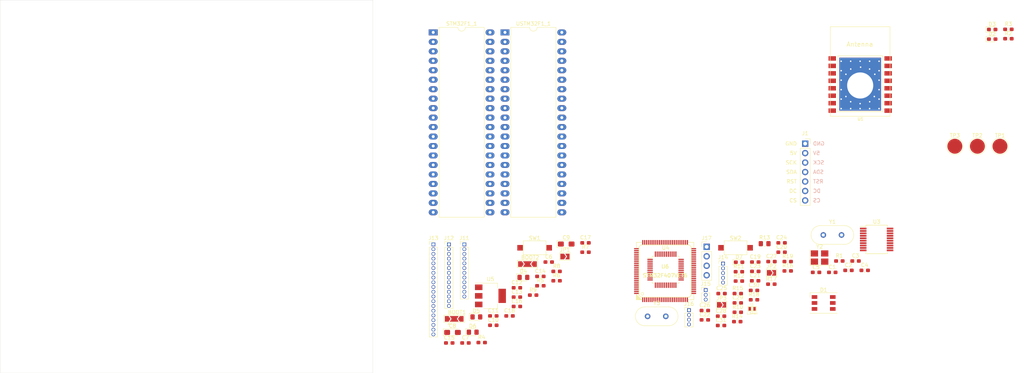
<source format=kicad_pcb>
(kicad_pcb (version 20171130) (host pcbnew 5.1.2-f72e74a~84~ubuntu18.04.1)
  (layers (0 F.Cu signal) (31 B.Cu signal) (34 B.Paste user) (35 F.Paste user) (36 B.SilkS user) (37 F.SilkS user) (38 B.Mask user) (39 F.Mask user) (44 Edge.Cuts user))
  (net 0 "")
  (net 1 GND)
  (net 2 "Net-(BOOT1-Pad2)")
  (net 3 +3V3)
  (net 4 "Net-(BOOT2-Pad2)")
  (net 5 "Net-(C1-Pad2)")
  (net 6 "Net-(C1-Pad1)")
  (net 7 "Net-(C3-Pad1)")
  (net 8 "Net-(C4-Pad2)")
  (net 9 "Net-(C4-Pad1)")
  (net 10 "Net-(C5-Pad1)")
  (net 11 /stm32f103c8t6/RESET)
  (net 12 +5V)
  (net 13 /stm32f103c8t6/OSCOUT)
  (net 14 /stm32f103c8t6/OSCIN)
  (net 15 /stm32f103c8t6/PC15)
  (net 16 /stm32f103c8t6/PC14)
  (net 17 "Net-(C19-Pad1)")
  (net 18 "Net-(C20-Pad1)")
  (net 19 "Net-(C21-Pad1)")
  (net 20 /STM32F103V8T6/GND-CAP1)
  (net 21 /STM32F103V8T6/GND-CAP2)
  (net 22 /STM32F103V8T6/RESET)
  (net 23 "Net-(C25-Pad1)")
  (net 24 +3V3_STM32)
  (net 25 "Net-(D2-Pad2)")
  (net 26 "Net-(D3-Pad2)")
  (net 27 /stm32f103c8t6/PC13)
  (net 28 "Net-(D4-Pad1)")
  (net 29 "Net-(D5-Pad1)")
  (net 30 "Net-(D6-Pad1)")
  (net 31 "Net-(D7-Pad1)")
  (net 32 /stm32f103c8t6/PA12)
  (net 33 /stm32f103c8t6/PA11)
  (net 34 /stm32f103c8t6/PA10)
  (net 35 /stm32f103c8t6/PA9)
  (net 36 /stm32f103c8t6/PA8)
  (net 37 /stm32f103c8t6/PB15)
  (net 38 /stm32f103c8t6/PB14)
  (net 39 /stm32f103c8t6/PB13)
  (net 40 /stm32f103c8t6/PB12)
  (net 41 /stm32f103c8t6/PB9)
  (net 42 /stm32f103c8t6/PB8)
  (net 43 /stm32f103c8t6/PB7)
  (net 44 /stm32f103c8t6/PB6)
  (net 45 /stm32f103c8t6/PB5)
  (net 46 /stm32f103c8t6/PB4)
  (net 47 /stm32f103c8t6/PB3)
  (net 48 /stm32f103c8t6/PA15)
  (net 49 /stm32f103c8t6/SWCLK)
  (net 50 /stm32f103c8t6/SWIO)
  (net 51 /stm32f103c8t6/PB11)
  (net 52 /stm32f103c8t6/PB10)
  (net 53 /stm32f103c8t6/PB1)
  (net 54 /stm32f103c8t6/PB0)
  (net 55 /stm32f103c8t6/PA7)
  (net 56 /stm32f103c8t6/PA6)
  (net 57 /stm32f103c8t6/PA5)
  (net 58 /stm32f103c8t6/PA4)
  (net 59 /stm32f103c8t6/PA3)
  (net 60 /stm32f103c8t6/PA2)
  (net 61 /stm32f103c8t6/PA1)
  (net 62 /stm32f103c8t6/PA0)
  (net 63 "Net-(J13-Pad1)")
  (net 64 /STM32F103V8T6/D+)
  (net 65 /STM32F103V8T6/D-)
  (net 66 "Net-(J15-Pad2)")
  (net 67 "Net-(J15-Pad1)")
  (net 68 /STM32F103V8T6/SCK)
  (net 69 /STM32F103V8T6/MISO2)
  (net 70 /STM32F103V8T6/MOSI2)
  (net 71 /STM32F103V8T6/SWDIO)
  (net 72 /STM32F103V8T6/SWCLK)
  (net 73 "Net-(JP2-Pad1)")
  (net 74 /STM32F103V8T6/BOOT0)
  (net 75 "Net-(JP3-Pad1)")
  (net 76 /STM32F103V8T6/BOOT1)
  (net 77 /stm32f103c8t6/BOOT0)
  (net 78 /stm32f103c8t6/BOOT1)
  (net 79 /STM32F103V8T6/DM)
  (net 80 /STM32F103V8T6/DP)
  (net 81 PB9)
  (net 82 /STM32F103V8T6/GND-VCC3V3)
  (module Crystal:Crystal_HC49-4H_Vertical (layer F.Cu) (at 193.67 99.82)
    (fp_text reference Y3 (at 2.44 -3.525) (layer F.SilkS))
    (fp_text value O_8M)
    (pad 2 thru_hole circle (at 4.88 0) (size 1.5 1.5) (drill 0.8) (layers *.Cu *.Mask) (net 19 "Net-(C21-Pad1)"))
    (pad 1 thru_hole circle (at 0 0) (size 1.5 1.5) (drill 0.8) (layers *.Cu *.Mask) (net 18 "Net-(C20-Pad1)"))
  )
  (module footprint-lib:OSC_3225 (layer F.Cu) (at 239.8 84.05)
    (fp_text reference Y2 (at 0 -2.925) (layer F.SilkS))
    (fp_text value O_12M,3225)
    (pad 1 smd rect (at -1.375 1.1) (size 1.95 1.65) (layers F.Cu F.Paste F.Mask) (net 9 "Net-(C4-Pad1)"))
    (pad 2 smd rect (at 1.375 1.1) (size 1.95 1.65) (layers F.Cu F.Paste F.Mask) (net 8 "Net-(C4-Pad2)"))
    (pad 3 smd rect (at 1.375 -1.1) (size 1.95 1.65) (layers F.Cu F.Paste F.Mask) (net 10 "Net-(C5-Pad1)"))
    (pad 4 smd rect (at -1.375 -1.1) (size 1.95 1.65) (layers F.Cu F.Paste F.Mask))
  )
  (module Crystal:Crystal_HC49-4H_Vertical (layer F.Cu) (at 240.8 78)
    (fp_text reference Y1 (at 2.44 -3.525) (layer F.SilkS))
    (fp_text value O_12M/OPTIONAL)
    (pad 2 thru_hole circle (at 4.88 0) (size 1.5 1.5) (drill 0.8) (layers *.Cu *.Mask) (net 9 "Net-(C4-Pad1)"))
    (pad 1 thru_hole circle (at 0 0) (size 1.5 1.5) (drill 0.8) (layers *.Cu *.Mask) (net 10 "Net-(C5-Pad1)"))
  )
  (module Package_DIP:DIP-40_W15.24mm_LongPads (layer F.Cu) (at 155.42 23.66)
    (fp_text reference USTM32F1_1 (at 7.62 -2.33) (layer F.SilkS))
    (fp_text value bluepill-stm32f103c8t6)
    (pad 40 thru_hole oval (at 15.24 0) (size 2.4 1.6) (drill 0.8) (layers *.Cu *.Mask))
    (pad 20 thru_hole oval (at 0 48.26) (size 2.4 1.6) (drill 0.8) (layers *.Cu *.Mask))
    (pad 39 thru_hole oval (at 15.24 2.54) (size 2.4 1.6) (drill 0.8) (layers *.Cu *.Mask))
    (pad 19 thru_hole oval (at 0 45.72) (size 2.4 1.6) (drill 0.8) (layers *.Cu *.Mask))
    (pad 38 thru_hole oval (at 15.24 5.08) (size 2.4 1.6) (drill 0.8) (layers *.Cu *.Mask))
    (pad 18 thru_hole oval (at 0 43.18) (size 2.4 1.6) (drill 0.8) (layers *.Cu *.Mask))
    (pad 37 thru_hole oval (at 15.24 7.62) (size 2.4 1.6) (drill 0.8) (layers *.Cu *.Mask))
    (pad 17 thru_hole oval (at 0 40.64) (size 2.4 1.6) (drill 0.8) (layers *.Cu *.Mask))
    (pad 36 thru_hole oval (at 15.24 10.16) (size 2.4 1.6) (drill 0.8) (layers *.Cu *.Mask))
    (pad 16 thru_hole oval (at 0 38.1) (size 2.4 1.6) (drill 0.8) (layers *.Cu *.Mask))
    (pad 35 thru_hole oval (at 15.24 12.7) (size 2.4 1.6) (drill 0.8) (layers *.Cu *.Mask))
    (pad 15 thru_hole oval (at 0 35.56) (size 2.4 1.6) (drill 0.8) (layers *.Cu *.Mask))
    (pad 34 thru_hole oval (at 15.24 15.24) (size 2.4 1.6) (drill 0.8) (layers *.Cu *.Mask))
    (pad 14 thru_hole oval (at 0 33.02) (size 2.4 1.6) (drill 0.8) (layers *.Cu *.Mask))
    (pad 33 thru_hole oval (at 15.24 17.78) (size 2.4 1.6) (drill 0.8) (layers *.Cu *.Mask))
    (pad 13 thru_hole oval (at 0 30.48) (size 2.4 1.6) (drill 0.8) (layers *.Cu *.Mask))
    (pad 32 thru_hole oval (at 15.24 20.32) (size 2.4 1.6) (drill 0.8) (layers *.Cu *.Mask))
    (pad 12 thru_hole oval (at 0 27.94) (size 2.4 1.6) (drill 0.8) (layers *.Cu *.Mask))
    (pad 31 thru_hole oval (at 15.24 22.86) (size 2.4 1.6) (drill 0.8) (layers *.Cu *.Mask))
    (pad 11 thru_hole oval (at 0 25.4) (size 2.4 1.6) (drill 0.8) (layers *.Cu *.Mask))
    (pad 30 thru_hole oval (at 15.24 25.4) (size 2.4 1.6) (drill 0.8) (layers *.Cu *.Mask))
    (pad 10 thru_hole oval (at 0 22.86) (size 2.4 1.6) (drill 0.8) (layers *.Cu *.Mask))
    (pad 29 thru_hole oval (at 15.24 27.94) (size 2.4 1.6) (drill 0.8) (layers *.Cu *.Mask))
    (pad 9 thru_hole oval (at 0 20.32) (size 2.4 1.6) (drill 0.8) (layers *.Cu *.Mask))
    (pad 28 thru_hole oval (at 15.24 30.48) (size 2.4 1.6) (drill 0.8) (layers *.Cu *.Mask))
    (pad 8 thru_hole oval (at 0 17.78) (size 2.4 1.6) (drill 0.8) (layers *.Cu *.Mask))
    (pad 27 thru_hole oval (at 15.24 33.02) (size 2.4 1.6) (drill 0.8) (layers *.Cu *.Mask))
    (pad 7 thru_hole oval (at 0 15.24) (size 2.4 1.6) (drill 0.8) (layers *.Cu *.Mask))
    (pad 26 thru_hole oval (at 15.24 35.56) (size 2.4 1.6) (drill 0.8) (layers *.Cu *.Mask))
    (pad 6 thru_hole oval (at 0 12.7) (size 2.4 1.6) (drill 0.8) (layers *.Cu *.Mask))
    (pad 25 thru_hole oval (at 15.24 38.1) (size 2.4 1.6) (drill 0.8) (layers *.Cu *.Mask))
    (pad 5 thru_hole oval (at 0 10.16) (size 2.4 1.6) (drill 0.8) (layers *.Cu *.Mask))
    (pad 24 thru_hole oval (at 15.24 40.64) (size 2.4 1.6) (drill 0.8) (layers *.Cu *.Mask))
    (pad 4 thru_hole oval (at 0 7.62) (size 2.4 1.6) (drill 0.8) (layers *.Cu *.Mask))
    (pad 23 thru_hole oval (at 15.24 43.18) (size 2.4 1.6) (drill 0.8) (layers *.Cu *.Mask))
    (pad 3 thru_hole oval (at 0 5.08) (size 2.4 1.6) (drill 0.8) (layers *.Cu *.Mask))
    (pad 22 thru_hole oval (at 15.24 45.72) (size 2.4 1.6) (drill 0.8) (layers *.Cu *.Mask))
    (pad 2 thru_hole oval (at 0 2.54) (size 2.4 1.6) (drill 0.8) (layers *.Cu *.Mask))
    (pad 21 thru_hole oval (at 15.24 48.26) (size 2.4 1.6) (drill 0.8) (layers *.Cu *.Mask))
    (pad 1 thru_hole rect (at 0 0) (size 2.4 1.6) (drill 0.8) (layers *.Cu *.Mask))
  )
  (module w_smd_lqfp:TQFP-100 (layer F.Cu) (at 198.364999 87.674999)
    (fp_text reference U6 (at 0 -1.2) (layer F.SilkS) (effects (font (thickness 0.2))))
    (fp_text value STM32F407VET6 (at 0 1.2) (layer F.SilkS) (effects (font (thickness 0.2))))
    (pad 100 smd rect (at -7.67 6) (size 1.3 0.3) (layers F.Cu F.Paste F.Mask) (net 24 +3V3_STM32))
    (pad 99 smd rect (at -7.67 5.5) (size 1.3 0.3) (layers F.Cu F.Paste F.Mask) (net 1 GND))
    (pad 98 smd rect (at -7.67 5) (size 1.3 0.3) (layers F.Cu F.Paste F.Mask))
    (pad 97 smd rect (at -7.67 4.5) (size 1.3 0.3) (layers F.Cu F.Paste F.Mask))
    (pad 96 smd rect (at -7.67 4) (size 1.3 0.3) (layers F.Cu F.Paste F.Mask) (net 81 PB9))
    (pad 95 smd rect (at -7.67 3.5) (size 1.3 0.3) (layers F.Cu F.Paste F.Mask))
    (pad 94 smd rect (at -7.67 3) (size 1.3 0.3) (layers F.Cu F.Paste F.Mask) (net 74 /STM32F103V8T6/BOOT0))
    (pad 93 smd rect (at -7.67 2.5) (size 1.3 0.3) (layers F.Cu F.Paste F.Mask))
    (pad 92 smd rect (at -7.67 2) (size 1.3 0.3) (layers F.Cu F.Paste F.Mask))
    (pad 91 smd rect (at -7.67 1.5) (size 1.3 0.3) (layers F.Cu F.Paste F.Mask))
    (pad 90 smd rect (at -7.67 1) (size 1.3 0.3) (layers F.Cu F.Paste F.Mask))
    (pad 89 smd rect (at -7.67 0.5) (size 1.3 0.3) (layers F.Cu F.Paste F.Mask))
    (pad 88 smd rect (at -7.67 0) (size 1.3 0.3) (layers F.Cu F.Paste F.Mask))
    (pad 87 smd rect (at -7.67 -0.5) (size 1.3 0.3) (layers F.Cu F.Paste F.Mask))
    (pad 86 smd rect (at -7.67 -1) (size 1.3 0.3) (layers F.Cu F.Paste F.Mask))
    (pad 85 smd rect (at -7.67 -1.5) (size 1.3 0.3) (layers F.Cu F.Paste F.Mask))
    (pad 84 smd rect (at -7.67 -2) (size 1.3 0.3) (layers F.Cu F.Paste F.Mask))
    (pad 83 smd rect (at -7.67 -2.5) (size 1.3 0.3) (layers F.Cu F.Paste F.Mask))
    (pad 82 smd rect (at -7.67 -3) (size 1.3 0.3) (layers F.Cu F.Paste F.Mask))
    (pad 81 smd rect (at -7.67 -3.5) (size 1.3 0.3) (layers F.Cu F.Paste F.Mask))
    (pad 80 smd rect (at -7.67 -4) (size 1.3 0.3) (layers F.Cu F.Paste F.Mask))
    (pad 79 smd rect (at -7.67 -4.5) (size 1.3 0.3) (layers F.Cu F.Paste F.Mask))
    (pad 78 smd rect (at -7.67 -5) (size 1.3 0.3) (layers F.Cu F.Paste F.Mask))
    (pad 77 smd rect (at -7.67 -5.5) (size 1.3 0.3) (layers F.Cu F.Paste F.Mask))
    (pad 76 smd rect (at -7.67 -6) (size 1.3 0.3) (layers F.Cu F.Paste F.Mask) (net 72 /STM32F103V8T6/SWCLK))
    (pad 75 smd rect (at -6 -7.67) (size 0.3 1.3) (layers F.Cu F.Paste F.Mask) (net 24 +3V3_STM32))
    (pad 74 smd rect (at -5.5 -7.67) (size 0.3 1.3) (layers F.Cu F.Paste F.Mask) (net 1 GND))
    (pad 73 smd rect (at -5 -7.67) (size 0.3 1.3) (layers F.Cu F.Paste F.Mask) (net 21 /STM32F103V8T6/GND-CAP2))
    (pad 72 smd rect (at -4.5 -7.67) (size 0.3 1.3) (layers F.Cu F.Paste F.Mask) (net 71 /STM32F103V8T6/SWDIO))
    (pad 71 smd rect (at -4 -7.67) (size 0.3 1.3) (layers F.Cu F.Paste F.Mask) (net 80 /STM32F103V8T6/DP))
    (pad 70 smd rect (at -3.5 -7.67) (size 0.3 1.3) (layers F.Cu F.Paste F.Mask) (net 79 /STM32F103V8T6/DM))
    (pad 69 smd rect (at -3 -7.67) (size 0.3 1.3) (layers F.Cu F.Paste F.Mask) (net 67 "Net-(J15-Pad1)"))
    (pad 68 smd rect (at -2.5 -7.67) (size 0.3 1.3) (layers F.Cu F.Paste F.Mask) (net 66 "Net-(J15-Pad2)"))
    (pad 67 smd rect (at -2 -7.67) (size 0.3 1.3) (layers F.Cu F.Paste F.Mask))
    (pad 66 smd rect (at -1.5 -7.67) (size 0.3 1.3) (layers F.Cu F.Paste F.Mask))
    (pad 65 smd rect (at -1 -7.67) (size 0.3 1.3) (layers F.Cu F.Paste F.Mask))
    (pad 64 smd rect (at -0.5 -7.67) (size 0.3 1.3) (layers F.Cu F.Paste F.Mask))
    (pad 63 smd rect (at 0 -7.67) (size 0.3 1.3) (layers F.Cu F.Paste F.Mask))
    (pad 62 smd rect (at 0.5 -7.67) (size 0.3 1.3) (layers F.Cu F.Paste F.Mask))
    (pad 61 smd rect (at 1 -7.67) (size 0.3 1.3) (layers F.Cu F.Paste F.Mask))
    (pad 60 smd rect (at 1.5 -7.67) (size 0.3 1.3) (layers F.Cu F.Paste F.Mask))
    (pad 48 smd rect (at 7.67 -5) (size 1.3 0.3) (layers F.Cu F.Paste F.Mask))
    (pad 47 smd rect (at 7.67 -4.5) (size 1.3 0.3) (layers F.Cu F.Paste F.Mask))
    (pad 46 smd rect (at 7.67 -4) (size 1.3 0.3) (layers F.Cu F.Paste F.Mask))
    (pad 45 smd rect (at 7.67 -3.5) (size 1.3 0.3) (layers F.Cu F.Paste F.Mask))
    (pad 44 smd rect (at 7.67 -3) (size 1.3 0.3) (layers F.Cu F.Paste F.Mask))
    (pad 32 smd rect (at 7.67 3) (size 1.3 0.3) (layers F.Cu F.Paste F.Mask))
    (pad 31 smd rect (at 7.67 3.5) (size 1.3 0.3) (layers F.Cu F.Paste F.Mask))
    (pad 30 smd rect (at 7.67 4) (size 1.3 0.3) (layers F.Cu F.Paste F.Mask))
    (pad 29 smd rect (at 7.67 4.5) (size 1.3 0.3) (layers F.Cu F.Paste F.Mask))
    (pad 28 smd rect (at 7.67 5) (size 1.3 0.3) (layers F.Cu F.Paste F.Mask) (net 24 +3V3_STM32))
    (pad 16 smd rect (at 1.5 7.67) (size 0.3 1.3) (layers F.Cu F.Paste F.Mask))
    (pad 15 smd rect (at 1 7.67) (size 0.3 1.3) (layers F.Cu F.Paste F.Mask))
    (pad 14 smd rect (at 0.5 7.67) (size 0.3 1.3) (layers F.Cu F.Paste F.Mask) (net 22 /STM32F103V8T6/RESET))
    (pad 13 smd rect (at 0 7.67) (size 0.3 1.3) (layers F.Cu F.Paste F.Mask) (net 19 "Net-(C21-Pad1)"))
    (pad 12 smd rect (at -0.5 7.67) (size 0.3 1.3) (layers F.Cu F.Paste F.Mask) (net 18 "Net-(C20-Pad1)"))
    (pad 59 smd rect (at 2 -7.67) (size 0.3 1.3) (layers F.Cu F.Paste F.Mask))
    (pad 58 smd rect (at 2.5 -7.67) (size 0.3 1.3) (layers F.Cu F.Paste F.Mask))
    (pad 57 smd rect (at 3 -7.67) (size 0.3 1.3) (layers F.Cu F.Paste F.Mask))
    (pad 43 smd rect (at 7.67 -2.5) (size 1.3 0.3) (layers F.Cu F.Paste F.Mask))
    (pad 42 smd rect (at 7.67 -2) (size 1.3 0.3) (layers F.Cu F.Paste F.Mask))
    (pad 41 smd rect (at 7.67 -1.5) (size 1.3 0.3) (layers F.Cu F.Paste F.Mask))
    (pad 27 smd rect (at 7.67 5.5) (size 1.3 0.3) (layers F.Cu F.Paste F.Mask) (net 1 GND))
    (pad 26 smd rect (at 7.67 6) (size 1.3 0.3) (layers F.Cu F.Paste F.Mask))
    (pad 25 smd rect (at 6 7.67) (size 0.3 1.3) (layers F.Cu F.Paste F.Mask))
    (pad 11 smd rect (at -1 7.67) (size 0.3 1.3) (layers F.Cu F.Paste F.Mask) (net 24 +3V3_STM32))
    (pad 10 smd rect (at -1.5 7.67) (size 0.3 1.3) (layers F.Cu F.Paste F.Mask) (net 1 GND))
    (pad 9 smd rect (at -2 7.67) (size 0.3 1.3) (layers F.Cu F.Paste F.Mask))
    (pad 56 smd rect (at 3.5 -7.67) (size 0.3 1.3) (layers F.Cu F.Paste F.Mask))
    (pad 55 smd rect (at 4 -7.67) (size 0.3 1.3) (layers F.Cu F.Paste F.Mask))
    (pad 54 smd rect (at 4.5 -7.67) (size 0.3 1.3) (layers F.Cu F.Paste F.Mask) (net 70 /STM32F103V8T6/MOSI2))
    (pad 53 smd rect (at 5 -7.67) (size 0.3 1.3) (layers F.Cu F.Paste F.Mask) (net 69 /STM32F103V8T6/MISO2))
    (pad 52 smd rect (at 5.5 -7.67) (size 0.3 1.3) (layers F.Cu F.Paste F.Mask) (net 68 /STM32F103V8T6/SCK))
    (pad 51 smd rect (at 6 -7.67) (size 0.3 1.3) (layers F.Cu F.Paste F.Mask))
    (pad 50 smd rect (at 7.67 -6) (size 1.3 0.3) (layers F.Cu F.Paste F.Mask) (net 24 +3V3_STM32))
    (pad 49 smd rect (at 7.67 -5.5) (size 1.3 0.3) (layers F.Cu F.Paste F.Mask) (net 20 /STM32F103V8T6/GND-CAP1))
    (pad 40 smd rect (at 7.67 -1) (size 1.3 0.3) (layers F.Cu F.Paste F.Mask))
    (pad 39 smd rect (at 7.67 -0.5) (size 1.3 0.3) (layers F.Cu F.Paste F.Mask))
    (pad 38 smd rect (at 7.67 0) (size 1.3 0.3) (layers F.Cu F.Paste F.Mask))
    (pad 37 smd rect (at 7.67 0.5) (size 1.3 0.3) (layers F.Cu F.Paste F.Mask) (net 76 /STM32F103V8T6/BOOT1))
    (pad 36 smd rect (at 7.67 1) (size 1.3 0.3) (layers F.Cu F.Paste F.Mask))
    (pad 35 smd rect (at 7.67 1.5) (size 1.3 0.3) (layers F.Cu F.Paste F.Mask))
    (pad 34 smd rect (at 7.67 2) (size 1.3 0.3) (layers F.Cu F.Paste F.Mask))
    (pad 33 smd rect (at 7.67 2.5) (size 1.3 0.3) (layers F.Cu F.Paste F.Mask))
    (pad 24 smd rect (at 5.5 7.67) (size 0.3 1.3) (layers F.Cu F.Paste F.Mask))
    (pad 23 smd rect (at 5 7.67) (size 0.3 1.3) (layers F.Cu F.Paste F.Mask))
    (pad 22 smd rect (at 4.5 7.67) (size 0.3 1.3) (layers F.Cu F.Paste F.Mask) (net 24 +3V3_STM32))
    (pad 21 smd rect (at 4 7.67) (size 0.3 1.3) (layers F.Cu F.Paste F.Mask) (net 23 "Net-(C25-Pad1)"))
    (pad 20 smd rect (at 3.5 7.67) (size 0.3 1.3) (layers F.Cu F.Paste F.Mask) (net 1 GND))
    (pad 19 smd rect (at 3 7.67) (size 0.3 1.3) (layers F.Cu F.Paste F.Mask) (net 82 /STM32F103V8T6/GND-VCC3V3))
    (pad 18 smd rect (at 2.5 7.67) (size 0.3 1.3) (layers F.Cu F.Paste F.Mask))
    (pad 17 smd rect (at 2 7.67) (size 0.3 1.3) (layers F.Cu F.Paste F.Mask))
    (pad 3 smd rect (at -5 7.67) (size 0.3 1.3) (layers F.Cu F.Paste F.Mask))
    (pad 2 smd rect (at -5.5 7.67) (size 0.3 1.3) (layers F.Cu F.Paste F.Mask))
    (pad 1 smd rect (at -6 7.67) (size 0.3 1.3) (layers F.Cu F.Paste F.Mask))
    (pad 8 smd rect (at -2.5 7.67) (size 0.3 1.3) (layers F.Cu F.Paste F.Mask))
    (pad 7 smd rect (at -3 7.67) (size 0.3 1.3) (layers F.Cu F.Paste F.Mask))
    (pad 6 smd rect (at -3.5 7.67) (size 0.3 1.3) (layers F.Cu F.Paste F.Mask) (net 17 "Net-(C19-Pad1)"))
    (pad 5 smd rect (at -4 7.67) (size 0.3 1.3) (layers F.Cu F.Paste F.Mask))
    (pad 4 smd rect (at -4.5 7.67) (size 0.3 1.3) (layers F.Cu F.Paste F.Mask))
  )
  (module Package_TO_SOT_SMD:SOT-223-3_TabPin2 (layer F.Cu) (at 151.52 94.33)
    (fp_text reference U5 (at 0 -4.5) (layer F.SilkS))
    (fp_text value AMS1117-3.3)
    (pad 1 smd rect (at -3.15 -2.3) (size 2 1.5) (layers F.Cu F.Paste F.Mask) (net 1 GND))
    (pad 3 smd rect (at -3.15 2.3) (size 2 1.5) (layers F.Cu F.Paste F.Mask) (net 12 +5V))
    (pad 2 smd rect (at -3.15 0) (size 2 1.5) (layers F.Cu F.Paste F.Mask) (net 3 +3V3))
    (pad 2 smd rect (at 3.15 0) (size 2 3.8) (layers F.Cu F.Paste F.Mask) (net 3 +3V3))
  )
  (module Package_QFP:LQFP-48_7x7mm_P0.5mm (layer F.Cu) (at 198.5 87.3)
    (fp_text reference U4 (at 0 -5.85) (layer F.SilkS))
    (fp_text value STM32F103C8T6)
    (pad 48 smd roundrect (at -2.75 -4.1625) (size 0.3 1.475) (layers F.Cu F.Paste F.Mask) (net 3 +3V3))
    (pad 47 smd roundrect (at -2.25 -4.1625) (size 0.3 1.475) (layers F.Cu F.Paste F.Mask) (net 1 GND))
    (pad 46 smd roundrect (at -1.75 -4.1625) (size 0.3 1.475) (layers F.Cu F.Paste F.Mask) (net 41 /stm32f103c8t6/PB9))
    (pad 45 smd roundrect (at -1.25 -4.1625) (size 0.3 1.475) (layers F.Cu F.Paste F.Mask) (net 42 /stm32f103c8t6/PB8))
    (pad 44 smd roundrect (at -0.75 -4.1625) (size 0.3 1.475) (layers F.Cu F.Paste F.Mask) (net 77 /stm32f103c8t6/BOOT0))
    (pad 43 smd roundrect (at -0.25 -4.1625) (size 0.3 1.475) (layers F.Cu F.Paste F.Mask) (net 43 /stm32f103c8t6/PB7))
    (pad 42 smd roundrect (at 0.25 -4.1625) (size 0.3 1.475) (layers F.Cu F.Paste F.Mask) (net 44 /stm32f103c8t6/PB6))
    (pad 41 smd roundrect (at 0.75 -4.1625) (size 0.3 1.475) (layers F.Cu F.Paste F.Mask) (net 45 /stm32f103c8t6/PB5))
    (pad 40 smd roundrect (at 1.25 -4.1625) (size 0.3 1.475) (layers F.Cu F.Paste F.Mask) (net 46 /stm32f103c8t6/PB4))
    (pad 39 smd roundrect (at 1.75 -4.1625) (size 0.3 1.475) (layers F.Cu F.Paste F.Mask) (net 47 /stm32f103c8t6/PB3))
    (pad 38 smd roundrect (at 2.25 -4.1625) (size 0.3 1.475) (layers F.Cu F.Paste F.Mask) (net 48 /stm32f103c8t6/PA15))
    (pad 37 smd roundrect (at 2.75 -4.1625) (size 0.3 1.475) (layers F.Cu F.Paste F.Mask) (net 49 /stm32f103c8t6/SWCLK))
    (pad 36 smd roundrect (at 4.1625 -2.75) (size 1.475 0.3) (layers F.Cu F.Paste F.Mask) (net 3 +3V3))
    (pad 35 smd roundrect (at 4.1625 -2.25) (size 1.475 0.3) (layers F.Cu F.Paste F.Mask) (net 1 GND))
    (pad 34 smd roundrect (at 4.1625 -1.75) (size 1.475 0.3) (layers F.Cu F.Paste F.Mask) (net 50 /stm32f103c8t6/SWIO))
    (pad 33 smd roundrect (at 4.1625 -1.25) (size 1.475 0.3) (layers F.Cu F.Paste F.Mask) (net 32 /stm32f103c8t6/PA12))
    (pad 32 smd roundrect (at 4.1625 -0.75) (size 1.475 0.3) (layers F.Cu F.Paste F.Mask) (net 33 /stm32f103c8t6/PA11))
    (pad 31 smd roundrect (at 4.1625 -0.25) (size 1.475 0.3) (layers F.Cu F.Paste F.Mask) (net 34 /stm32f103c8t6/PA10))
    (pad 30 smd roundrect (at 4.1625 0.25) (size 1.475 0.3) (layers F.Cu F.Paste F.Mask) (net 35 /stm32f103c8t6/PA9))
    (pad 29 smd roundrect (at 4.1625 0.75) (size 1.475 0.3) (layers F.Cu F.Paste F.Mask) (net 36 /stm32f103c8t6/PA8))
    (pad 28 smd roundrect (at 4.1625 1.25) (size 1.475 0.3) (layers F.Cu F.Paste F.Mask) (net 37 /stm32f103c8t6/PB15))
    (pad 27 smd roundrect (at 4.1625 1.75) (size 1.475 0.3) (layers F.Cu F.Paste F.Mask) (net 38 /stm32f103c8t6/PB14))
    (pad 26 smd roundrect (at 4.1625 2.25) (size 1.475 0.3) (layers F.Cu F.Paste F.Mask) (net 39 /stm32f103c8t6/PB13))
    (pad 25 smd roundrect (at 4.1625 2.75) (size 1.475 0.3) (layers F.Cu F.Paste F.Mask) (net 40 /stm32f103c8t6/PB12))
    (pad 24 smd roundrect (at 2.75 4.1625) (size 0.3 1.475) (layers F.Cu F.Paste F.Mask) (net 3 +3V3))
    (pad 23 smd roundrect (at 2.25 4.1625) (size 0.3 1.475) (layers F.Cu F.Paste F.Mask) (net 1 GND))
    (pad 22 smd roundrect (at 1.75 4.1625) (size 0.3 1.475) (layers F.Cu F.Paste F.Mask) (net 51 /stm32f103c8t6/PB11))
    (pad 21 smd roundrect (at 1.25 4.1625) (size 0.3 1.475) (layers F.Cu F.Paste F.Mask) (net 52 /stm32f103c8t6/PB10))
    (pad 20 smd roundrect (at 0.75 4.1625) (size 0.3 1.475) (layers F.Cu F.Paste F.Mask) (net 78 /stm32f103c8t6/BOOT1))
    (pad 19 smd roundrect (at 0.25 4.1625) (size 0.3 1.475) (layers F.Cu F.Paste F.Mask) (net 53 /stm32f103c8t6/PB1))
    (pad 18 smd roundrect (at -0.25 4.1625) (size 0.3 1.475) (layers F.Cu F.Paste F.Mask) (net 54 /stm32f103c8t6/PB0))
    (pad 17 smd roundrect (at -0.75 4.1625) (size 0.3 1.475) (layers F.Cu F.Paste F.Mask) (net 55 /stm32f103c8t6/PA7))
    (pad 16 smd roundrect (at -1.25 4.1625) (size 0.3 1.475) (layers F.Cu F.Paste F.Mask) (net 56 /stm32f103c8t6/PA6))
    (pad 15 smd roundrect (at -1.75 4.1625) (size 0.3 1.475) (layers F.Cu F.Paste F.Mask) (net 57 /stm32f103c8t6/PA5))
    (pad 14 smd roundrect (at -2.25 4.1625) (size 0.3 1.475) (layers F.Cu F.Paste F.Mask) (net 58 /stm32f103c8t6/PA4))
    (pad 13 smd roundrect (at -2.75 4.1625) (size 0.3 1.475) (layers F.Cu F.Paste F.Mask) (net 59 /stm32f103c8t6/PA3))
    (pad 12 smd roundrect (at -4.1625 2.75) (size 1.475 0.3) (layers F.Cu F.Paste F.Mask) (net 60 /stm32f103c8t6/PA2))
    (pad 11 smd roundrect (at -4.1625 2.25) (size 1.475 0.3) (layers F.Cu F.Paste F.Mask) (net 61 /stm32f103c8t6/PA1))
    (pad 10 smd roundrect (at -4.1625 1.75) (size 1.475 0.3) (layers F.Cu F.Paste F.Mask) (net 62 /stm32f103c8t6/PA0))
    (pad 9 smd roundrect (at -4.1625 1.25) (size 1.475 0.3) (layers F.Cu F.Paste F.Mask) (net 3 +3V3))
    (pad 8 smd roundrect (at -4.1625 0.75) (size 1.475 0.3) (layers F.Cu F.Paste F.Mask) (net 1 GND))
    (pad 7 smd roundrect (at -4.1625 0.25) (size 1.475 0.3) (layers F.Cu F.Paste F.Mask) (net 11 /stm32f103c8t6/RESET))
    (pad 6 smd roundrect (at -4.1625 -0.25) (size 1.475 0.3) (layers F.Cu F.Paste F.Mask) (net 13 /stm32f103c8t6/OSCOUT))
    (pad 5 smd roundrect (at -4.1625 -0.75) (size 1.475 0.3) (layers F.Cu F.Paste F.Mask) (net 14 /stm32f103c8t6/OSCIN))
    (pad 4 smd roundrect (at -4.1625 -1.25) (size 1.475 0.3) (layers F.Cu F.Paste F.Mask) (net 15 /stm32f103c8t6/PC15))
    (pad 3 smd roundrect (at -4.1625 -1.75) (size 1.475 0.3) (layers F.Cu F.Paste F.Mask) (net 16 /stm32f103c8t6/PC14))
    (pad 2 smd roundrect (at -4.1625 -2.25) (size 1.475 0.3) (layers F.Cu F.Paste F.Mask) (net 27 /stm32f103c8t6/PC13))
    (pad 1 smd roundrect (at -4.1625 -2.75) (size 1.475 0.3) (layers F.Cu F.Paste F.Mask) (net 3 +3V3))
  )
  (module Package_SO:SSOP-20_5.3x7.2mm_P0.65mm (layer F.Cu) (at 255.1 79.2)
    (fp_text reference U3 (at 0 -4.75) (layer F.SilkS))
    (fp_text value CH340H_T)
    (pad 20 smd rect (at 3.6 -2.925) (size 1.75 0.45) (layers F.Cu F.Paste F.Mask))
    (pad 19 smd rect (at 3.6 -2.275) (size 1.75 0.45) (layers F.Cu F.Paste F.Mask) (net 6 "Net-(C1-Pad1)"))
    (pad 18 smd rect (at 3.6 -1.625) (size 1.75 0.45) (layers F.Cu F.Paste F.Mask))
    (pad 17 smd rect (at 3.6 -0.975) (size 1.75 0.45) (layers F.Cu F.Paste F.Mask))
    (pad 16 smd rect (at 3.6 -0.325) (size 1.75 0.45) (layers F.Cu F.Paste F.Mask))
    (pad 15 smd rect (at 3.6 0.325) (size 1.75 0.45) (layers F.Cu F.Paste F.Mask))
    (pad 14 smd rect (at 3.6 0.975) (size 1.75 0.45) (layers F.Cu F.Paste F.Mask))
    (pad 13 smd rect (at 3.6 1.625) (size 1.75 0.45) (layers F.Cu F.Paste F.Mask))
    (pad 12 smd rect (at 3.6 2.275) (size 1.75 0.45) (layers F.Cu F.Paste F.Mask))
    (pad 11 smd rect (at 3.6 2.925) (size 1.75 0.45) (layers F.Cu F.Paste F.Mask))
    (pad 10 smd rect (at -3.6 2.925) (size 1.75 0.45) (layers F.Cu F.Paste F.Mask) (net 10 "Net-(C5-Pad1)"))
    (pad 9 smd rect (at -3.6 2.275) (size 1.75 0.45) (layers F.Cu F.Paste F.Mask) (net 9 "Net-(C4-Pad1)"))
    (pad 8 smd rect (at -3.6 1.625) (size 1.75 0.45) (layers F.Cu F.Paste F.Mask) (net 5 "Net-(C1-Pad2)"))
    (pad 7 smd rect (at -3.6 0.975) (size 1.75 0.45) (layers F.Cu F.Paste F.Mask))
    (pad 6 smd rect (at -3.6 0.325) (size 1.75 0.45) (layers F.Cu F.Paste F.Mask))
    (pad 5 smd rect (at -3.6 -0.325) (size 1.75 0.45) (layers F.Cu F.Paste F.Mask) (net 7 "Net-(C3-Pad1)"))
    (pad 4 smd rect (at -3.6 -0.975) (size 1.75 0.45) (layers F.Cu F.Paste F.Mask))
    (pad 3 smd rect (at -3.6 -1.625) (size 1.75 0.45) (layers F.Cu F.Paste F.Mask))
    (pad 2 smd rect (at -3.6 -2.275) (size 1.75 0.45) (layers F.Cu F.Paste F.Mask))
    (pad 1 smd rect (at -3.6 -2.925) (size 1.75 0.45) (layers F.Cu F.Paste F.Mask))
  )
  (module footprint-lib:ESP-12 (layer F.Cu) (at 250.69 35.1485)
    (fp_text reference U1 (at -0.8 12.2) (layer F.SilkS) (effects (font (size 0.77216 0.77216) (thickness 0.162153)) (justify left bottom)))
    (fp_text value ESP12)
    (fp_text user Antenna (at -0.1 -8.3) (layer F.SilkS) (effects (font (size 1.2065 1.2065) (thickness 0.1524))))
    (pad "" np_thru_hole circle (at 3.79 5.715) (size 0.8 0.8) (drill 0.4) (layers *.Cu F.Mask))
    (pad "" np_thru_hole circle (at -3.83 5.715) (size 0.8 0.8) (drill 0.4) (layers *.Cu F.Mask))
    (pad "" np_thru_hole circle (at 3.917 -0.254) (size 0.8 0.8) (drill 0.4) (layers *.Cu F.Mask))
    (pad "" np_thru_hole circle (at -3.83 -0.254) (size 0.8 0.8) (drill 0.4) (layers *.Cu F.Mask))
    (pad "" np_thru_hole circle (at 0.107 -2.159) (size 0.8 0.8) (drill 0.4) (layers *.Cu F.Mask))
    (pad "" np_thru_hole circle (at -0.02 7.62) (size 0.8 0.8) (drill 0.4) (layers *.Cu F.Mask))
    (pad "" smd rect (at 0 2.4) (size 11.2 14.2) (layers B.Cu))
    (pad "" smd rect (at 0 2.4) (size 11.2 14.2) (layers F.Cu))
    (pad 16 smd rect (at 7.5 -4.5) (size 2 1.2) (layers F.Cu F.Paste F.Mask))
    (pad 15 smd rect (at 7.5 -2.5) (size 2 1.2) (layers F.Cu F.Paste F.Mask))
    (pad 14 smd rect (at 7.5 -0.5) (size 2 1.2) (layers F.Cu F.Paste F.Mask))
    (pad 13 smd rect (at 7.5 1.5) (size 2 1.2) (layers F.Cu F.Paste F.Mask))
    (pad 12 smd rect (at 7.5 3.5) (size 2 1.2) (layers F.Cu F.Paste F.Mask))
    (pad 11 smd rect (at 7.5 5.5) (size 2 1.2) (layers F.Cu F.Paste F.Mask))
    (pad 10 smd rect (at 7.5 7.5) (size 2 1.2) (layers F.Cu F.Paste F.Mask))
    (pad 9 smd rect (at 7.5 9.5) (size 2 1.2) (layers F.Cu F.Paste F.Mask))
    (pad 8 smd rect (at -7.5 9.5) (size 2 1.2) (layers F.Cu F.Paste F.Mask))
    (pad 7 smd rect (at -7.5 7.5) (size 2 1.2) (layers F.Cu F.Paste F.Mask))
    (pad 6 smd rect (at -7.5 5.5) (size 2 1.2) (layers F.Cu F.Paste F.Mask))
    (pad 5 smd rect (at -7.5 3.5) (size 2 1.2) (layers F.Cu F.Paste F.Mask))
    (pad 4 smd rect (at -7.5 1.5) (size 2 1.2) (layers F.Cu F.Paste F.Mask))
    (pad 3 smd rect (at -7.5 -0.5) (size 2 1.2) (layers F.Cu F.Paste F.Mask))
    (pad 2 smd rect (at -7.5 -2.5) (size 2 1.2) (layers F.Cu F.Paste F.Mask))
    (pad 1 smd rect (at -7.5 -4.5) (size 2 1.2) (layers F.Cu F.Paste F.Mask))
    (pad "" np_thru_hole circle (at 0 2.75) (size 8 8) (drill 7) (layers *.Cu *.Mask))
    (pad "" np_thru_hole circle (at -5.1 -3.75) (size 0.8 0.8) (drill 0.4) (layers *.Cu F.Mask))
    (pad "" np_thru_hole circle (at -2.56 -3.75) (size 0.8 0.8) (drill 0.4) (layers *.Cu F.Mask))
    (pad "" np_thru_hole circle (at -0.02 -3.75) (size 0.8 0.8) (drill 0.4) (layers *.Cu F.Mask))
    (pad "" np_thru_hole circle (at 2.52 -3.75) (size 0.8 0.8) (drill 0.4) (layers *.Cu F.Mask))
    (pad "" np_thru_hole circle (at 5.06 -3.75) (size 0.8 0.8) (drill 0.4) (layers *.Cu F.Mask))
    (pad "" np_thru_hole circle (at -5.1 -1.21) (size 0.8 0.8) (drill 0.4) (layers *.Cu F.Mask))
    (pad "" np_thru_hole circle (at -2.54 -1.651) (size 0.8 0.8) (drill 0.4) (layers *.Cu F.Mask))
    (pad "" np_thru_hole circle (at 2.52 -1.651) (size 0.8 0.8) (drill 0.4) (layers *.Cu F.Mask))
    (pad "" np_thru_hole circle (at 5.06 -1.21) (size 0.8 0.8) (drill 0.4) (layers *.Cu F.Mask))
    (pad "" np_thru_hole circle (at -5.1 1.33) (size 0.8 0.8) (drill 0.4) (layers *.Cu F.Mask))
    (pad "" np_thru_hole circle (at 5.06 1.33) (size 0.8 0.8) (drill 0.4) (layers *.Cu F.Mask))
    (pad "" np_thru_hole circle (at -5.1 3.87) (size 0.8 0.8) (drill 0.4) (layers *.Cu F.Mask))
    (pad "" np_thru_hole circle (at 5.06 3.87) (size 0.8 0.8) (drill 0.4) (layers *.Cu F.Mask))
    (pad "" np_thru_hole circle (at -5.1 6.41) (size 0.8 0.8) (drill 0.4) (layers *.Cu F.Mask))
    (pad "" np_thru_hole circle (at -2.56 7.112) (size 0.8 0.8) (drill 0.4) (layers *.Cu F.Mask))
    (pad "" np_thru_hole circle (at 2.54 7.112) (size 0.8 0.8) (drill 0.4) (layers *.Cu F.Mask))
    (pad "" np_thru_hole circle (at 5.06 6.41) (size 0.8 0.8) (drill 0.4) (layers *.Cu F.Mask))
    (pad "" np_thru_hole circle (at -5.1 8.95) (size 0.8 0.8) (drill 0.4) (layers *.Cu F.Mask))
    (pad "" np_thru_hole circle (at -2.56 8.95) (size 0.8 0.8) (drill 0.4) (layers *.Cu F.Mask))
    (pad "" np_thru_hole circle (at -0.02 8.95) (size 0.8 0.8) (drill 0.4) (layers *.Cu F.Mask))
    (pad "" np_thru_hole circle (at 2.52 8.95) (size 0.8 0.8) (drill 0.4) (layers *.Cu F.Mask))
    (pad "" np_thru_hole circle (at 5.06 8.95) (size 0.8 0.8) (drill 0.4) (layers *.Cu F.Mask))
  )
  (module TestPoint:TestPoint_Pad_D4.0mm (layer F.Cu) (at 276.08 54.2)
    (fp_text reference TP3 (at 0 -2.898) (layer F.SilkS))
    (fp_text value TestPoint)
    (pad 1 smd circle (at 0 0) (size 4 4) (layers F.Cu F.Mask) (net 3 +3V3))
  )
  (module TestPoint:TestPoint_Pad_D4.0mm (layer F.Cu) (at 282.13 54.2)
    (fp_text reference TP2 (at 0 -2.898) (layer F.SilkS))
    (fp_text value TestPoint)
    (pad 1 smd circle (at 0 0) (size 4 4) (layers F.Cu F.Mask) (net 12 +5V))
  )
  (module TestPoint:TestPoint_Pad_D4.0mm (layer F.Cu) (at 288.18 54.2)
    (fp_text reference TP1 (at 0 -2.898) (layer F.SilkS))
    (fp_text value TestPoint)
    (pad 1 smd circle (at 0 0) (size 4 4) (layers F.Cu F.Mask) (net 1 GND))
  )
  (module Button_Switch_SMD:SW_SPST_CK_RS282G05A3 (layer F.Cu) (at 217.26 81.43)
    (fp_text reference SW2 (at 0 -2.6) (layer F.SilkS))
    (fp_text value RST)
    (pad 2 smd rect (at 3.9 0) (size 1.5 1.5) (layers F.Cu F.Paste F.Mask) (net 22 /STM32F103V8T6/RESET))
    (pad 1 smd rect (at -3.9 0) (size 1.5 1.5) (layers F.Cu F.Paste F.Mask) (net 1 GND))
  )
  (module Button_Switch_SMD:SW_SPST_CK_RS282G05A3 (layer F.Cu) (at 163.37 81.43)
    (fp_text reference SW1 (at 0 -2.6) (layer F.SilkS))
    (fp_text value SW_Push)
    (pad 2 smd rect (at 3.9 0) (size 1.5 1.5) (layers F.Cu F.Paste F.Mask) (net 11 /stm32f103c8t6/RESET))
    (pad 1 smd rect (at -3.9 0) (size 1.5 1.5) (layers F.Cu F.Paste F.Mask) (net 1 GND))
  )
  (module Package_DIP:DIP-40_W15.24mm_LongPads (layer F.Cu) (at 136.17 23.66)
    (fp_text reference STM32F1_1 (at 7.62 -2.33) (layer F.SilkS))
    (fp_text value bluepill-stm32f103c8t6)
    (pad 40 thru_hole oval (at 15.24 0) (size 2.4 1.6) (drill 0.8) (layers *.Cu *.Mask))
    (pad 20 thru_hole oval (at 0 48.26) (size 2.4 1.6) (drill 0.8) (layers *.Cu *.Mask))
    (pad 39 thru_hole oval (at 15.24 2.54) (size 2.4 1.6) (drill 0.8) (layers *.Cu *.Mask))
    (pad 19 thru_hole oval (at 0 45.72) (size 2.4 1.6) (drill 0.8) (layers *.Cu *.Mask))
    (pad 38 thru_hole oval (at 15.24 5.08) (size 2.4 1.6) (drill 0.8) (layers *.Cu *.Mask))
    (pad 18 thru_hole oval (at 0 43.18) (size 2.4 1.6) (drill 0.8) (layers *.Cu *.Mask))
    (pad 37 thru_hole oval (at 15.24 7.62) (size 2.4 1.6) (drill 0.8) (layers *.Cu *.Mask))
    (pad 17 thru_hole oval (at 0 40.64) (size 2.4 1.6) (drill 0.8) (layers *.Cu *.Mask))
    (pad 36 thru_hole oval (at 15.24 10.16) (size 2.4 1.6) (drill 0.8) (layers *.Cu *.Mask))
    (pad 16 thru_hole oval (at 0 38.1) (size 2.4 1.6) (drill 0.8) (layers *.Cu *.Mask))
    (pad 35 thru_hole oval (at 15.24 12.7) (size 2.4 1.6) (drill 0.8) (layers *.Cu *.Mask))
    (pad 15 thru_hole oval (at 0 35.56) (size 2.4 1.6) (drill 0.8) (layers *.Cu *.Mask))
    (pad 34 thru_hole oval (at 15.24 15.24) (size 2.4 1.6) (drill 0.8) (layers *.Cu *.Mask))
    (pad 14 thru_hole oval (at 0 33.02) (size 2.4 1.6) (drill 0.8) (layers *.Cu *.Mask))
    (pad 33 thru_hole oval (at 15.24 17.78) (size 2.4 1.6) (drill 0.8) (layers *.Cu *.Mask))
    (pad 13 thru_hole oval (at 0 30.48) (size 2.4 1.6) (drill 0.8) (layers *.Cu *.Mask))
    (pad 32 thru_hole oval (at 15.24 20.32) (size 2.4 1.6) (drill 0.8) (layers *.Cu *.Mask))
    (pad 12 thru_hole oval (at 0 27.94) (size 2.4 1.6) (drill 0.8) (layers *.Cu *.Mask))
    (pad 31 thru_hole oval (at 15.24 22.86) (size 2.4 1.6) (drill 0.8) (layers *.Cu *.Mask))
    (pad 11 thru_hole oval (at 0 25.4) (size 2.4 1.6) (drill 0.8) (layers *.Cu *.Mask))
    (pad 30 thru_hole oval (at 15.24 25.4) (size 2.4 1.6) (drill 0.8) (layers *.Cu *.Mask))
    (pad 10 thru_hole oval (at 0 22.86) (size 2.4 1.6) (drill 0.8) (layers *.Cu *.Mask))
    (pad 29 thru_hole oval (at 15.24 27.94) (size 2.4 1.6) (drill 0.8) (layers *.Cu *.Mask))
    (pad 9 thru_hole oval (at 0 20.32) (size 2.4 1.6) (drill 0.8) (layers *.Cu *.Mask))
    (pad 28 thru_hole oval (at 15.24 30.48) (size 2.4 1.6) (drill 0.8) (layers *.Cu *.Mask))
    (pad 8 thru_hole oval (at 0 17.78) (size 2.4 1.6) (drill 0.8) (layers *.Cu *.Mask))
    (pad 27 thru_hole oval (at 15.24 33.02) (size 2.4 1.6) (drill 0.8) (layers *.Cu *.Mask))
    (pad 7 thru_hole oval (at 0 15.24) (size 2.4 1.6) (drill 0.8) (layers *.Cu *.Mask))
    (pad 26 thru_hole oval (at 15.24 35.56) (size 2.4 1.6) (drill 0.8) (layers *.Cu *.Mask))
    (pad 6 thru_hole oval (at 0 12.7) (size 2.4 1.6) (drill 0.8) (layers *.Cu *.Mask))
    (pad 25 thru_hole oval (at 15.24 38.1) (size 2.4 1.6) (drill 0.8) (layers *.Cu *.Mask))
    (pad 5 thru_hole oval (at 0 10.16) (size 2.4 1.6) (drill 0.8) (layers *.Cu *.Mask))
    (pad 24 thru_hole oval (at 15.24 40.64) (size 2.4 1.6) (drill 0.8) (layers *.Cu *.Mask))
    (pad 4 thru_hole oval (at 0 7.62) (size 2.4 1.6) (drill 0.8) (layers *.Cu *.Mask))
    (pad 23 thru_hole oval (at 15.24 43.18) (size 2.4 1.6) (drill 0.8) (layers *.Cu *.Mask))
    (pad 3 thru_hole oval (at 0 5.08) (size 2.4 1.6) (drill 0.8) (layers *.Cu *.Mask))
    (pad 22 thru_hole oval (at 15.24 45.72) (size 2.4 1.6) (drill 0.8) (layers *.Cu *.Mask))
    (pad 2 thru_hole oval (at 0 2.54) (size 2.4 1.6) (drill 0.8) (layers *.Cu *.Mask))
    (pad 21 thru_hole oval (at 15.24 48.26) (size 2.4 1.6) (drill 0.8) (layers *.Cu *.Mask))
    (pad 1 thru_hole rect (at 0 0) (size 2.4 1.6) (drill 0.8) (layers *.Cu *.Mask))
  )
  (module Resistor_SMD:R_0603_1608Metric_Pad1.05x0.95mm_HandSolder (layer F.Cu) (at 231.25 85.13)
    (fp_text reference R19 (at 0 -1.43) (layer F.SilkS))
    (fp_text value R103,0603)
    (pad 2 smd roundrect (at 0.875 0) (size 1.05 0.95) (layers F.Cu F.Paste F.Mask) (net 1 GND))
    (pad 1 smd roundrect (at -0.875 0) (size 1.05 0.95) (layers F.Cu F.Paste F.Mask) (net 74 /STM32F103V8T6/BOOT0))
  )
  (module Resistor_SMD:R_0603_1608Metric_Pad1.05x0.95mm_HandSolder (layer F.Cu) (at 222.21 95.38)
    (fp_text reference R18 (at 0 -1.43) (layer F.SilkS))
    (fp_text value R103,0603)
    (pad 2 smd roundrect (at 0.875 0) (size 1.05 0.95) (layers F.Cu F.Paste F.Mask) (net 1 GND))
    (pad 1 smd roundrect (at -0.875 0) (size 1.05 0.95) (layers F.Cu F.Paste F.Mask) (net 76 /STM32F103V8T6/BOOT1))
  )
  (module Resistor_SMD:R_0603_1608Metric_Pad1.05x0.95mm_HandSolder (layer F.Cu) (at 226.86 91.19)
    (fp_text reference R17 (at 0 -1.43) (layer F.SilkS))
    (fp_text value R472,0603)
    (pad 2 smd roundrect (at 0.875 0) (size 1.05 0.95) (layers F.Cu F.Paste F.Mask) (net 24 +3V3_STM32))
    (pad 1 smd roundrect (at -0.875 0) (size 1.05 0.95) (layers F.Cu F.Paste F.Mask) (net 75 "Net-(JP3-Pad1)"))
  )
  (module Resistor_SMD:R_0603_1608Metric_Pad1.05x0.95mm_HandSolder (layer F.Cu) (at 231.25 87.64)
    (fp_text reference R16 (at 0 -1.43) (layer F.SilkS))
    (fp_text value R472,0603)
    (pad 2 smd roundrect (at 0.875 0) (size 1.05 0.95) (layers F.Cu F.Paste F.Mask) (net 24 +3V3_STM32))
    (pad 1 smd roundrect (at -0.875 0) (size 1.05 0.95) (layers F.Cu F.Paste F.Mask) (net 73 "Net-(JP2-Pad1)"))
  )
  (module Resistor_SMD:R_0603_1608Metric_Pad1.05x0.95mm_HandSolder (layer F.Cu) (at 217.86 93.71)
    (fp_text reference R15 (at 0 -1.43) (layer F.SilkS))
    (fp_text value R0,0603)
    (pad 2 smd roundrect (at 0.875 0) (size 1.05 0.95) (layers F.Cu F.Paste F.Mask) (net 1 GND))
    (pad 1 smd roundrect (at -0.875 0) (size 1.05 0.95) (layers F.Cu F.Paste F.Mask) (net 82 /STM32F103V8T6/GND-VCC3V3))
  )
  (module Capacitor_SMD:C_0603_1608Metric_Pad1.05x0.95mm_HandSolder (layer F.Cu) (at 217.72 101.24)
    (fp_text reference R14 (at 0 -1.43) (layer F.SilkS))
    (fp_text value R0,0603)
    (pad 2 smd roundrect (at 0.875 0) (size 1.05 0.95) (layers F.Cu F.Paste F.Mask) (net 24 +3V3_STM32))
    (pad 1 smd roundrect (at -0.875 0) (size 1.05 0.95) (layers F.Cu F.Paste F.Mask) (net 82 /STM32F103V8T6/GND-VCC3V3))
  )
  (module Resistor_SMD:R_0805_2012Metric_Pad1.15x1.40mm_HandSolder (layer F.Cu) (at 225.06 80.33)
    (fp_text reference R13 (at 0 -1.65) (layer F.SilkS))
    (fp_text value R102,0603)
    (pad 2 smd roundrect (at 1.025 0) (size 1.15 1.4) (layers F.Cu F.Paste F.Mask) (roundrect_rratio 0.217391) (net 31 "Net-(D7-Pad1)"))
    (pad 1 smd roundrect (at -1.025 0) (size 1.15 1.4) (layers F.Cu F.Paste F.Mask) (roundrect_rratio 0.217391) (net 81 PB9))
  )
  (module Resistor_SMD:R_0603_1608Metric_Pad1.05x0.95mm_HandSolder (layer F.Cu) (at 218.16 90.36)
    (fp_text reference R12 (at 0 -1.43) (layer F.SilkS))
    (fp_text value R152,0603)
    (pad 2 smd roundrect (at 0.875 0) (size 1.05 0.95) (layers F.Cu F.Paste F.Mask) (net 24 +3V3_STM32))
    (pad 1 smd roundrect (at -0.875 0) (size 1.05 0.95) (layers F.Cu F.Paste F.Mask) (net 80 /STM32F103V8T6/DP))
  )
  (module Resistor_SMD:R_0603_1608Metric_Pad1.05x0.95mm_HandSolder (layer F.Cu) (at 218.16 87.85)
    (fp_text reference R11 (at 0 -1.43) (layer F.SilkS))
    (fp_text value R220,0603)
    (pad 2 smd roundrect (at 0.875 0) (size 1.05 0.95) (layers F.Cu F.Paste F.Mask) (net 64 /STM32F103V8T6/D+))
    (pad 1 smd roundrect (at -0.875 0) (size 1.05 0.95) (layers F.Cu F.Paste F.Mask) (net 80 /STM32F103V8T6/DP))
  )
  (module Resistor_SMD:R_0603_1608Metric_Pad1.05x0.95mm_HandSolder (layer F.Cu) (at 217.86 98.73)
    (fp_text reference R10 (at 0 -1.43) (layer F.SilkS))
    (fp_text value R220,0603)
    (pad 2 smd roundrect (at 0.875 0) (size 1.05 0.95) (layers F.Cu F.Paste F.Mask) (net 65 /STM32F103V8T6/D-))
    (pad 1 smd roundrect (at -0.875 0) (size 1.05 0.95) (layers F.Cu F.Paste F.Mask) (net 79 /STM32F103V8T6/DM))
  )
  (module Resistor_SMD:R_0603_1608Metric_Pad1.05x0.95mm_HandSolder (layer F.Cu) (at 162.97 94.13)
    (fp_text reference R9 (at 0 -1.43) (layer F.SilkS))
    (fp_text value R511)
    (pad 2 smd roundrect (at 0.875 0) (size 1.05 0.95) (layers F.Cu F.Paste F.Mask) (net 1 GND))
    (pad 1 smd roundrect (at -0.875 0) (size 1.05 0.95) (layers F.Cu F.Paste F.Mask) (net 30 "Net-(D6-Pad1)"))
  )
  (module Resistor_SMD:R_0603_1608Metric_Pad1.05x0.95mm_HandSolder (layer F.Cu) (at 169.26 87.77)
    (fp_text reference R8 (at 0 -1.43) (layer F.SilkS))
    (fp_text value R511)
    (pad 2 smd roundrect (at 0.875 0) (size 1.05 0.95) (layers F.Cu F.Paste F.Mask) (net 1 GND))
    (pad 1 smd roundrect (at -0.875 0) (size 1.05 0.95) (layers F.Cu F.Paste F.Mask) (net 29 "Net-(D5-Pad1)"))
  )
  (module Resistor_SMD:R_0603_1608Metric_Pad1.05x0.95mm_HandSolder (layer F.Cu) (at 177.02 82.62)
    (fp_text reference R7 (at 0 -1.43) (layer F.SilkS))
    (fp_text value R511)
    (pad 2 smd roundrect (at 0.875 0) (size 1.05 0.95) (layers F.Cu F.Paste F.Mask) (net 1 GND))
    (pad 1 smd roundrect (at -0.875 0) (size 1.05 0.95) (layers F.Cu F.Paste F.Mask) (net 28 "Net-(D4-Pad1)"))
  )
  (module Resistor_SMD:R_0603_1608Metric_Pad1.05x0.95mm_HandSolder (layer F.Cu) (at 169.26 90.28)
    (fp_text reference R6 (at 0 -1.43) (layer F.SilkS))
    (fp_text value R104)
    (pad 2 smd roundrect (at 0.875 0) (size 1.05 0.95) (layers F.Cu F.Paste F.Mask) (net 4 "Net-(BOOT2-Pad2)"))
    (pad 1 smd roundrect (at -0.875 0) (size 1.05 0.95) (layers F.Cu F.Paste F.Mask) (net 78 /stm32f103c8t6/BOOT1))
  )
  (module Resistor_SMD:R_0603_1608Metric_Pad1.05x0.95mm_HandSolder (layer F.Cu) (at 164.91 91.62)
    (fp_text reference R5 (at 0 -1.43) (layer F.SilkS))
    (fp_text value R104)
    (pad 2 smd roundrect (at 0.875 0) (size 1.05 0.95) (layers F.Cu F.Paste F.Mask) (net 77 /stm32f103c8t6/BOOT0))
    (pad 1 smd roundrect (at -0.875 0) (size 1.05 0.95) (layers F.Cu F.Paste F.Mask) (net 2 "Net-(BOOT1-Pad2)"))
  )
  (module Resistor_SMD:R_0603_1608Metric_Pad1.05x0.95mm_HandSolder (layer F.Cu) (at 149.17 106.85)
    (fp_text reference R4 (at 0 -1.43) (layer F.SilkS))
    (fp_text value R103)
    (pad 2 smd roundrect (at 0.875 0) (size 1.05 0.95) (layers F.Cu F.Paste F.Mask) (net 11 /stm32f103c8t6/RESET))
    (pad 1 smd roundrect (at -0.875 0) (size 1.05 0.95) (layers F.Cu F.Paste F.Mask) (net 3 +3V3))
  )
  (module Resistor_SMD:R_0603_1608Metric_Pad1.05x0.95mm_HandSolder (layer F.Cu) (at 290.44 22.84)
    (fp_text reference R3 (at 0 -1.43) (layer F.SilkS))
    (fp_text value R103,0603)
    (pad 2 smd roundrect (at 0.875 0) (size 1.05 0.95) (layers F.Cu F.Paste F.Mask) (net 3 +3V3))
    (pad 1 smd roundrect (at -0.875 0) (size 1.05 0.95) (layers F.Cu F.Paste F.Mask) (net 26 "Net-(D3-Pad2)"))
  )
  (module Resistor_SMD:R_0603_1608Metric_Pad1.05x0.95mm_HandSolder (layer F.Cu) (at 290.44 25.35)
    (fp_text reference R2 (at 0 -1.43) (layer F.SilkS))
    (fp_text value R103,0603)
    (pad 2 smd roundrect (at 0.875 0) (size 1.05 0.95) (layers F.Cu F.Paste F.Mask) (net 12 +5V))
    (pad 1 smd roundrect (at -0.875 0) (size 1.05 0.95) (layers F.Cu F.Paste F.Mask) (net 25 "Net-(D2-Pad2)"))
  )
  (module Resistor_SMD:R_0603_1608Metric_Pad1.05x0.95mm_HandSolder (layer F.Cu) (at 245.1 84.98)
    (fp_text reference R1 (at 0 -1.43) (layer F.SilkS))
    (fp_text value R103,0603)
    (pad 2 smd roundrect (at 0.875 0) (size 1.05 0.95) (layers F.Cu F.Paste F.Mask))
    (pad 1 smd roundrect (at -0.875 0) (size 1.05 0.95) (layers F.Cu F.Paste F.Mask))
  )
  (module w_smd_inductors:inductor_smd_0603 (layer F.Cu) (at 221.70975 97.80937)
    (fp_text reference L1 (at 0 -1.2) (layer F.SilkS) (effects (font (size 0.5 0.5) (thickness 0.1))))
    (fp_text value L_Small (at 0 1.2) (layer F.SilkS) (effects (font (size 0.5 0.5) (thickness 0.1))))
    (pad 1 smd rect (at -0.63754 0) (size 0.635 1.016) (layers F.Cu F.Paste F.Mask) (net 24 +3V3_STM32))
    (pad 2 smd rect (at 0.63754 0) (size 0.635 1.016) (layers F.Cu F.Paste F.Mask) (net 23 "Net-(C25-Pad1)"))
  )
  (module Jumper:SolderJumper-2_P1.3mm_Open_TrianglePad1.0x1.5mm (layer F.Cu) (at 213.51 96.74)
    (fp_text reference JP3 (at 0 -1.8) (layer F.SilkS))
    (fp_text value BOOT1)
    (pad 1 smd custom (at -0.725 0) (size 0.3 0.3) (layers F.Cu F.Mask) (net 75 "Net-(JP3-Pad1)") (options (clearance outline) (anchor rect)) (primitives (gr_poly (pts (xy -0.5 -0.75) (xy 0.5 -0.75) (xy 1 0) (xy 0.5 0.75) (xy -0.5 0.75)) (width 0))))
    (pad 2 smd custom (at 0.725 0) (size 0.3 0.3) (layers F.Cu F.Mask) (net 76 /STM32F103V8T6/BOOT1) (options (clearance outline) (anchor rect)) (primitives (gr_poly (pts (xy -0.65 -0.75) (xy 0.5 -0.75) (xy 0.5 0.75) (xy -0.65 0.75) (xy -0.15 0)) (width 0))))
  )
  (module Jumper:SolderJumper-2_P1.3mm_Open_TrianglePad1.0x1.5mm (layer F.Cu) (at 226.9 88.16)
    (fp_text reference JP2 (at 0 -1.8) (layer F.SilkS))
    (fp_text value BOOT0)
    (pad 1 smd custom (at -0.725 0) (size 0.3 0.3) (layers F.Cu F.Mask) (net 73 "Net-(JP2-Pad1)") (options (clearance outline) (anchor rect)) (primitives (gr_poly (pts (xy -0.5 -0.75) (xy 0.5 -0.75) (xy 1 0) (xy 0.5 0.75) (xy -0.5 0.75)) (width 0))))
    (pad 2 smd custom (at 0.725 0) (size 0.3 0.3) (layers F.Cu F.Mask) (net 74 /STM32F103V8T6/BOOT0) (options (clearance outline) (anchor rect)) (primitives (gr_poly (pts (xy -0.65 -0.75) (xy 0.5 -0.75) (xy 0.5 0.75) (xy -0.65 0.75) (xy -0.15 0)) (width 0))))
  )
  (module Jumper:SolderJumper-2_P1.3mm_Open_TrianglePad1.0x1.5mm (layer F.Cu) (at 171.5 83.78)
    (fp_text reference JP1 (at 0 -1.8) (layer F.SilkS))
    (fp_text value Jumper_NO_Small)
    (pad 1 smd custom (at -0.725 0) (size 0.3 0.3) (layers F.Cu F.Mask) (net 63 "Net-(J13-Pad1)") (options (clearance outline) (anchor rect)) (primitives (gr_poly (pts (xy -0.5 -0.75) (xy 0.5 -0.75) (xy 1 0) (xy 0.5 0.75) (xy -0.5 0.75)) (width 0))))
    (pad 2 smd custom (at 0.725 0) (size 0.3 0.3) (layers F.Cu F.Mask) (net 12 +5V) (options (clearance outline) (anchor rect)) (primitives (gr_poly (pts (xy -0.65 -0.75) (xy 0.5 -0.75) (xy 0.5 0.75) (xy -0.65 0.75) (xy -0.15 0)) (width 0))))
  )
  (module Connector_PinHeader_2.54mm:PinHeader_1x04_P2.54mm_Vertical (layer F.Cu) (at 209.51 81.18)
    (fp_text reference J17 (at 0 -2.33) (layer F.SilkS))
    (fp_text value SWD)
    (pad 4 thru_hole oval (at 0 7.62) (size 1.7 1.7) (drill 1) (layers *.Cu *.Mask) (net 24 +3V3_STM32))
    (pad 3 thru_hole oval (at 0 5.08) (size 1.7 1.7) (drill 1) (layers *.Cu *.Mask) (net 71 /STM32F103V8T6/SWDIO))
    (pad 2 thru_hole oval (at 0 2.54) (size 1.7 1.7) (drill 1) (layers *.Cu *.Mask) (net 72 /STM32F103V8T6/SWCLK))
    (pad 1 thru_hole rect (at 0 0) (size 1.7 1.7) (drill 1) (layers *.Cu *.Mask) (net 1 GND))
  )
  (module Connector_PinHeader_1.27mm:PinHeader_1x04_P1.27mm_Vertical (layer F.Cu) (at 204.77 98.17)
    (fp_text reference J16 (at 0 -1.695) (layer F.SilkS))
    (fp_text value SPI_DEBUG)
    (pad 4 thru_hole oval (at 0 3.81) (size 1 1) (drill 0.65) (layers *.Cu *.Mask) (net 1 GND))
    (pad 3 thru_hole oval (at 0 2.54) (size 1 1) (drill 0.65) (layers *.Cu *.Mask) (net 68 /STM32F103V8T6/SCK))
    (pad 2 thru_hole oval (at 0 1.27) (size 1 1) (drill 0.65) (layers *.Cu *.Mask) (net 69 /STM32F103V8T6/MISO2))
    (pad 1 thru_hole rect (at 0 0) (size 1 1) (drill 0.65) (layers *.Cu *.Mask) (net 70 /STM32F103V8T6/MOSI2))
  )
  (module Connector_PinHeader_1.27mm:PinHeader_1x03_P1.27mm_Vertical (layer F.Cu) (at 209.26 92.78)
    (fp_text reference J15 (at 0 -1.695) (layer F.SilkS))
    (fp_text value STM32_GTR)
    (pad 3 thru_hole oval (at 0 2.54) (size 1 1) (drill 0.65) (layers *.Cu *.Mask) (net 1 GND))
    (pad 2 thru_hole oval (at 0 1.27) (size 1 1) (drill 0.65) (layers *.Cu *.Mask) (net 66 "Net-(J15-Pad2)"))
    (pad 1 thru_hole rect (at 0 0) (size 1 1) (drill 0.65) (layers *.Cu *.Mask) (net 67 "Net-(J15-Pad1)"))
  )
  (module Connector_PinHeader_1.27mm:PinHeader_1x05_P1.27mm_Vertical (layer F.Cu) (at 213.91 85.68)
    (fp_text reference J14 (at 0 -1.695) (layer F.SilkS))
    (fp_text value STM32_USB_DEBUG)
    (pad 5 thru_hole oval (at 0 5.08) (size 1 1) (drill 0.65) (layers *.Cu *.Mask) (net 1 GND))
    (pad 4 thru_hole oval (at 0 3.81) (size 1 1) (drill 0.65) (layers *.Cu *.Mask) (net 1 GND))
    (pad 3 thru_hole oval (at 0 2.54) (size 1 1) (drill 0.65) (layers *.Cu *.Mask) (net 64 /STM32F103V8T6/D+))
    (pad 2 thru_hole oval (at 0 1.27) (size 1 1) (drill 0.65) (layers *.Cu *.Mask) (net 65 /STM32F103V8T6/D-))
    (pad 1 thru_hole rect (at 0 0) (size 1 1) (drill 0.65) (layers *.Cu *.Mask) (net 12 +5V))
  )
  (module Connector_PinHeader_1.27mm:PinHeader_1x20_P1.27mm_Vertical (layer F.Cu) (at 136.22 80.53)
    (fp_text reference J13 (at 0 -1.695) (layer F.SilkS))
    (fp_text value Conn_01x12)
    (pad 20 thru_hole oval (at 0 24.13) (size 1 1) (drill 0.65) (layers *.Cu *.Mask) (net 51 /stm32f103c8t6/PB11))
    (pad 19 thru_hole oval (at 0 22.86) (size 1 1) (drill 0.65) (layers *.Cu *.Mask) (net 52 /stm32f103c8t6/PB10))
    (pad 18 thru_hole oval (at 0 21.59) (size 1 1) (drill 0.65) (layers *.Cu *.Mask) (net 53 /stm32f103c8t6/PB1))
    (pad 17 thru_hole oval (at 0 20.32) (size 1 1) (drill 0.65) (layers *.Cu *.Mask) (net 54 /stm32f103c8t6/PB0))
    (pad 16 thru_hole oval (at 0 19.05) (size 1 1) (drill 0.65) (layers *.Cu *.Mask) (net 55 /stm32f103c8t6/PA7))
    (pad 15 thru_hole oval (at 0 17.78) (size 1 1) (drill 0.65) (layers *.Cu *.Mask) (net 56 /stm32f103c8t6/PA6))
    (pad 14 thru_hole oval (at 0 16.51) (size 1 1) (drill 0.65) (layers *.Cu *.Mask) (net 57 /stm32f103c8t6/PA5))
    (pad 13 thru_hole oval (at 0 15.24) (size 1 1) (drill 0.65) (layers *.Cu *.Mask) (net 58 /stm32f103c8t6/PA4))
    (pad 12 thru_hole oval (at 0 13.97) (size 1 1) (drill 0.65) (layers *.Cu *.Mask) (net 59 /stm32f103c8t6/PA3))
    (pad 11 thru_hole oval (at 0 12.7) (size 1 1) (drill 0.65) (layers *.Cu *.Mask) (net 60 /stm32f103c8t6/PA2))
    (pad 10 thru_hole oval (at 0 11.43) (size 1 1) (drill 0.65) (layers *.Cu *.Mask) (net 61 /stm32f103c8t6/PA1))
    (pad 9 thru_hole oval (at 0 10.16) (size 1 1) (drill 0.65) (layers *.Cu *.Mask) (net 62 /stm32f103c8t6/PA0))
    (pad 8 thru_hole oval (at 0 8.89) (size 1 1) (drill 0.65) (layers *.Cu *.Mask))
    (pad 7 thru_hole oval (at 0 7.62) (size 1 1) (drill 0.65) (layers *.Cu *.Mask))
    (pad 6 thru_hole oval (at 0 6.35) (size 1 1) (drill 0.65) (layers *.Cu *.Mask))
    (pad 5 thru_hole oval (at 0 5.08) (size 1 1) (drill 0.65) (layers *.Cu *.Mask))
    (pad 4 thru_hole oval (at 0 3.81) (size 1 1) (drill 0.65) (layers *.Cu *.Mask))
    (pad 3 thru_hole oval (at 0 2.54) (size 1 1) (drill 0.65) (layers *.Cu *.Mask) (net 3 +3V3))
    (pad 2 thru_hole oval (at 0 1.27) (size 1 1) (drill 0.65) (layers *.Cu *.Mask) (net 1 GND))
    (pad 1 thru_hole rect (at 0 0) (size 1 1) (drill 0.65) (layers *.Cu *.Mask) (net 63 "Net-(J13-Pad1)"))
  )
  (module Connector_PinHeader_1.27mm:PinHeader_1x14_P1.27mm_Vertical (layer F.Cu) (at 140.37 80.53)
    (fp_text reference J12 (at 0 -1.695) (layer F.SilkS))
    (fp_text value Conn_01x14)
    (pad 14 thru_hole oval (at 0 16.51) (size 1 1) (drill 0.65) (layers *.Cu *.Mask) (net 27 /stm32f103c8t6/PC13))
    (pad 13 thru_hole oval (at 0 15.24) (size 1 1) (drill 0.65) (layers *.Cu *.Mask))
    (pad 12 thru_hole oval (at 0 13.97) (size 1 1) (drill 0.65) (layers *.Cu *.Mask) (net 41 /stm32f103c8t6/PB9))
    (pad 11 thru_hole oval (at 0 12.7) (size 1 1) (drill 0.65) (layers *.Cu *.Mask) (net 42 /stm32f103c8t6/PB8))
    (pad 10 thru_hole oval (at 0 11.43) (size 1 1) (drill 0.65) (layers *.Cu *.Mask) (net 43 /stm32f103c8t6/PB7))
    (pad 9 thru_hole oval (at 0 10.16) (size 1 1) (drill 0.65) (layers *.Cu *.Mask) (net 44 /stm32f103c8t6/PB6))
    (pad 8 thru_hole oval (at 0 8.89) (size 1 1) (drill 0.65) (layers *.Cu *.Mask) (net 45 /stm32f103c8t6/PB5))
    (pad 7 thru_hole oval (at 0 7.62) (size 1 1) (drill 0.65) (layers *.Cu *.Mask) (net 46 /stm32f103c8t6/PB4))
    (pad 6 thru_hole oval (at 0 6.35) (size 1 1) (drill 0.65) (layers *.Cu *.Mask) (net 47 /stm32f103c8t6/PB3))
    (pad 5 thru_hole oval (at 0 5.08) (size 1 1) (drill 0.65) (layers *.Cu *.Mask) (net 48 /stm32f103c8t6/PA15))
    (pad 4 thru_hole oval (at 0 3.81) (size 1 1) (drill 0.65) (layers *.Cu *.Mask) (net 1 GND))
    (pad 3 thru_hole oval (at 0 2.54) (size 1 1) (drill 0.65) (layers *.Cu *.Mask) (net 49 /stm32f103c8t6/SWCLK))
    (pad 2 thru_hole oval (at 0 1.27) (size 1 1) (drill 0.65) (layers *.Cu *.Mask) (net 50 /stm32f103c8t6/SWIO))
    (pad 1 thru_hole rect (at 0 0) (size 1 1) (drill 0.65) (layers *.Cu *.Mask) (net 3 +3V3))
  )
  (module Connector_PinHeader_1.27mm:PinHeader_1x12_P1.27mm_Vertical (layer F.Cu) (at 144.52 80.53)
    (fp_text reference J11 (at 0 -1.695) (layer F.SilkS))
    (fp_text value Conn_01x12)
    (pad 12 thru_hole oval (at 0 13.97) (size 1 1) (drill 0.65) (layers *.Cu *.Mask))
    (pad 11 thru_hole oval (at 0 12.7) (size 1 1) (drill 0.65) (layers *.Cu *.Mask))
    (pad 10 thru_hole oval (at 0 11.43) (size 1 1) (drill 0.65) (layers *.Cu *.Mask))
    (pad 9 thru_hole oval (at 0 10.16) (size 1 1) (drill 0.65) (layers *.Cu *.Mask) (net 32 /stm32f103c8t6/PA12))
    (pad 8 thru_hole oval (at 0 8.89) (size 1 1) (drill 0.65) (layers *.Cu *.Mask) (net 33 /stm32f103c8t6/PA11))
    (pad 7 thru_hole oval (at 0 7.62) (size 1 1) (drill 0.65) (layers *.Cu *.Mask) (net 34 /stm32f103c8t6/PA10))
    (pad 6 thru_hole oval (at 0 6.35) (size 1 1) (drill 0.65) (layers *.Cu *.Mask) (net 35 /stm32f103c8t6/PA9))
    (pad 5 thru_hole oval (at 0 5.08) (size 1 1) (drill 0.65) (layers *.Cu *.Mask) (net 36 /stm32f103c8t6/PA8))
    (pad 4 thru_hole oval (at 0 3.81) (size 1 1) (drill 0.65) (layers *.Cu *.Mask) (net 37 /stm32f103c8t6/PB15))
    (pad 3 thru_hole oval (at 0 2.54) (size 1 1) (drill 0.65) (layers *.Cu *.Mask) (net 38 /stm32f103c8t6/PB14))
    (pad 2 thru_hole oval (at 0 1.27) (size 1 1) (drill 0.65) (layers *.Cu *.Mask) (net 39 /stm32f103c8t6/PB13))
    (pad 1 thru_hole rect (at 0 0) (size 1 1) (drill 0.65) (layers *.Cu *.Mask) (net 40 /stm32f103c8t6/PB12))
  )
  (module footprint-lib:CONN_SPI_SSD1306 (layer F.Cu) (at 235.93 53.5)
    (fp_text reference J1 (at 0 -2.77) (layer F.SilkS))
    (fp_text value SSD1306-OLED-SPI)
    (fp_text user 5V (at 2.032 2.54) (layer B.SilkS) (effects (justify right mirror)))
    (fp_text user DC (at 2.032 12.7) (layer B.SilkS) (effects (justify right mirror)))
    (fp_text user CS (at 2.032 15.24) (layer B.SilkS) (effects (justify right mirror)))
    (fp_text user RST (at 2.032 10.16) (layer B.SilkS) (effects (justify right mirror)))
    (fp_text user SDA (at 2.032 7.62) (layer B.SilkS) (effects (justify right mirror)))
    (fp_text user SCK (at 2.032 5.08) (layer B.SilkS) (effects (justify right mirror)))
    (fp_text user GND (at 2.032 0) (layer B.SilkS) (effects (justify right mirror)))
    (fp_text user CS (at -2.159 15.24) (layer F.SilkS) (effects (justify right)))
    (fp_text user DC (at -2.159 12.7) (layer F.SilkS) (effects (justify right)))
    (fp_text user RST (at -2.159 10.16) (layer F.SilkS) (effects (justify right)))
    (fp_text user SDA (at -2.159 7.62) (layer F.SilkS) (effects (justify right)))
    (fp_text user SCK (at -2.159 5.08) (layer F.SilkS) (effects (justify right)))
    (fp_text user 5V (at -2.159 2.54) (layer F.SilkS) (effects (justify right)))
    (fp_text user GND (at -2.159 0) (layer F.SilkS) (effects (justify right)))
    (pad GND thru_hole rect (at 0 0) (size 1.7 1.7) (drill 1) (layers *.Cu *.Mask))
    (pad 5V thru_hole oval (at 0 2.54) (size 1.7 1.7) (drill 1) (layers *.Cu *.Mask))
    (pad SCK thru_hole oval (at 0 5.08) (size 1.7 1.7) (drill 1) (layers *.Cu *.Mask))
    (pad SDA thru_hole oval (at 0 7.62) (size 1.7 1.7) (drill 1) (layers *.Cu *.Mask))
    (pad RST thru_hole oval (at 0 10.16) (size 1.7 1.7) (drill 1) (layers *.Cu *.Mask))
    (pad DC thru_hole oval (at 0 12.7) (size 1.7 1.7) (drill 1) (layers *.Cu *.Mask))
    (pad CS thru_hole oval (at 0 15.24) (size 1.7 1.7) (drill 1) (layers *.Cu *.Mask))
  )
  (module LED_SMD:LED_0603_1608Metric_Pad1.05x0.95mm_HandSolder (layer F.Cu) (at 218.205 85.3)
    (fp_text reference D7 (at 0 -1.43) (layer F.SilkS))
    (fp_text value PB9)
    (pad 2 smd roundrect (at 0.875 0) (size 1.05 0.95) (layers F.Cu F.Paste F.Mask) (net 24 +3V3_STM32))
    (pad 1 smd roundrect (at -0.875 0) (size 1.05 0.95) (layers F.Cu F.Paste F.Mask) (net 31 "Net-(D7-Pad1)"))
  )
  (module LED_SMD:LED_0805_2012Metric_Pad1.15x1.40mm_HandSolder (layer F.Cu) (at 146.765 104.075)
    (fp_text reference D6 (at 0 -1.65) (layer F.SilkS))
    (fp_text value LED_ORANGE)
    (pad 2 smd roundrect (at 1.025 0) (size 1.15 1.4) (layers F.Cu F.Paste F.Mask) (roundrect_rratio 0.217391) (net 3 +3V3))
    (pad 1 smd roundrect (at -1.025 0) (size 1.15 1.4) (layers F.Cu F.Paste F.Mask) (roundrect_rratio 0.217391) (net 30 "Net-(D6-Pad1)"))
  )
  (module LED_SMD:LED_0805_2012Metric_Pad1.15x1.40mm_HandSolder (layer F.Cu) (at 147.745 99.975)
    (fp_text reference D5 (at 0 -1.65) (layer F.SilkS))
    (fp_text value LED_GREEN)
    (pad 2 smd roundrect (at 1.025 0) (size 1.15 1.4) (layers F.Cu F.Paste F.Mask) (roundrect_rratio 0.217391) (net 3 +3V3))
    (pad 1 smd roundrect (at -1.025 0) (size 1.15 1.4) (layers F.Cu F.Paste F.Mask) (roundrect_rratio 0.217391) (net 29 "Net-(D5-Pad1)"))
  )
  (module LED_SMD:LED_0805_2012Metric_Pad1.15x1.40mm_HandSolder (layer F.Cu) (at 160.365 89.375)
    (fp_text reference D4 (at 0 -1.65) (layer F.SilkS))
    (fp_text value LED_GREEN)
    (pad 2 smd roundrect (at 1.025 0) (size 1.15 1.4) (layers F.Cu F.Paste F.Mask) (roundrect_rratio 0.217391) (net 27 /stm32f103c8t6/PC13))
    (pad 1 smd roundrect (at -1.025 0) (size 1.15 1.4) (layers F.Cu F.Paste F.Mask) (roundrect_rratio 0.217391) (net 28 "Net-(D4-Pad1)"))
  )
  (module LED_SMD:LED_0603_1608Metric_Pad1.05x0.95mm_HandSolder (layer F.Cu) (at 286.095 22.88)
    (fp_text reference D3 (at 0 -1.43) (layer F.SilkS))
    (fp_text value 3V3_STATUS)
    (pad 2 smd roundrect (at 0.875 0) (size 1.05 0.95) (layers F.Cu F.Paste F.Mask) (net 26 "Net-(D3-Pad2)"))
    (pad 1 smd roundrect (at -0.875 0) (size 1.05 0.95) (layers F.Cu F.Paste F.Mask) (net 1 GND))
  )
  (module LED_SMD:LED_0603_1608Metric_Pad1.05x0.95mm_HandSolder (layer F.Cu) (at 286.095 25.47)
    (fp_text reference D2 (at 0 -1.43) (layer F.SilkS))
    (fp_text value 5V_STATUS)
    (pad 2 smd roundrect (at 0.875 0) (size 1.05 0.95) (layers F.Cu F.Paste F.Mask) (net 25 "Net-(D2-Pad2)"))
    (pad 1 smd roundrect (at -0.875 0) (size 1.05 0.95) (layers F.Cu F.Paste F.Mask) (net 1 GND))
  )
  (module LED_SMD:LED_WS2812_PLCC6_5.0x5.0mm_P1.6mm (layer F.Cu) (at 240.885 96.235)
    (fp_text reference D1 (at 0 -3.5) (layer F.SilkS))
    (fp_text value WS2812)
    (pad 1 smd rect (at -2.45 -1.6) (size 1.5 1) (layers F.Cu F.Paste F.Mask))
    (pad 2 smd rect (at -2.45 0) (size 1.5 1) (layers F.Cu F.Paste F.Mask))
    (pad 3 smd rect (at -2.45 1.6) (size 1.5 1) (layers F.Cu F.Paste F.Mask))
    (pad 6 smd rect (at 2.45 -1.6) (size 1.5 1) (layers F.Cu F.Paste F.Mask))
    (pad 5 smd rect (at 2.45 0) (size 1.5 1) (layers F.Cu F.Paste F.Mask))
    (pad 4 smd rect (at 2.45 1.6) (size 1.5 1) (layers F.Cu F.Paste F.Mask))
  )
  (module Capacitor_SMD:C_0603_1608Metric_Pad1.05x0.95mm_HandSolder (layer F.Cu) (at 213.37 102.28)
    (fp_text reference C31 (at 0 -1.43) (layer F.SilkS))
    (fp_text value C105,0603)
    (pad 2 smd roundrect (at 0.875 0) (size 1.05 0.95) (layers F.Cu F.Paste F.Mask) (net 24 +3V3_STM32))
    (pad 1 smd roundrect (at -0.875 0) (size 1.05 0.95) (layers F.Cu F.Paste F.Mask) (net 1 GND))
  )
  (module Capacitor_SMD:C_0603_1608Metric_Pad1.05x0.95mm_HandSolder (layer F.Cu) (at 222.21 92.87)
    (fp_text reference C30 (at 0 -1.43) (layer F.SilkS))
    (fp_text value C105,0603)
    (pad 2 smd roundrect (at 0.875 0) (size 1.05 0.95) (layers F.Cu F.Paste F.Mask) (net 24 +3V3_STM32))
    (pad 1 smd roundrect (at -0.875 0) (size 1.05 0.95) (layers F.Cu F.Paste F.Mask) (net 1 GND))
  )
  (module Capacitor_SMD:C_0603_1608Metric_Pad1.05x0.95mm_HandSolder (layer F.Cu) (at 217.86 96.22)
    (fp_text reference C29 (at 0 -1.43) (layer F.SilkS))
    (fp_text value C104,0603)
    (pad 2 smd roundrect (at 0.875 0) (size 1.05 0.95) (layers F.Cu F.Paste F.Mask) (net 24 +3V3_STM32))
    (pad 1 smd roundrect (at -0.875 0) (size 1.05 0.95) (layers F.Cu F.Paste F.Mask) (net 1 GND))
  )
  (module Capacitor_SMD:C_0603_1608Metric_Pad1.05x0.95mm_HandSolder (layer F.Cu) (at 213.37 99.77)
    (fp_text reference C28 (at 0 -1.43) (layer F.SilkS))
    (fp_text value C104,0603)
    (pad 2 smd roundrect (at 0.875 0) (size 1.05 0.95) (layers F.Cu F.Paste F.Mask) (net 24 +3V3_STM32))
    (pad 1 smd roundrect (at -0.875 0) (size 1.05 0.95) (layers F.Cu F.Paste F.Mask) (net 1 GND))
  )
  (module Capacitor_SMD:C_0603_1608Metric_Pad1.05x0.95mm_HandSolder (layer F.Cu) (at 226.9 85.13)
    (fp_text reference C27 (at 0 -1.43) (layer F.SilkS))
    (fp_text value C104,0603)
    (pad 2 smd roundrect (at 0.875 0) (size 1.05 0.95) (layers F.Cu F.Paste F.Mask) (net 24 +3V3_STM32))
    (pad 1 smd roundrect (at -0.875 0) (size 1.05 0.95) (layers F.Cu F.Paste F.Mask) (net 1 GND))
  )
  (module Capacitor_SMD:C_0603_1608Metric_Pad1.05x0.95mm_HandSolder (layer F.Cu) (at 209.02 98.26)
    (fp_text reference C26 (at 0 -1.43) (layer F.SilkS))
    (fp_text value C104,0603)
    (pad 2 smd roundrect (at 0.875 0) (size 1.05 0.95) (layers F.Cu F.Paste F.Mask) (net 24 +3V3_STM32))
    (pad 1 smd roundrect (at -0.875 0) (size 1.05 0.95) (layers F.Cu F.Paste F.Mask) (net 1 GND))
  )
  (module Capacitor_SMD:C_0603_1608Metric_Pad1.05x0.95mm_HandSolder (layer F.Cu) (at 213.51 93.71)
    (fp_text reference C25 (at 0 -1.43) (layer F.SilkS))
    (fp_text value C104,0603)
    (pad 2 smd roundrect (at 0.875 0) (size 1.05 0.95) (layers F.Cu F.Paste F.Mask) (net 1 GND))
    (pad 1 smd roundrect (at -0.875 0) (size 1.05 0.95) (layers F.Cu F.Paste F.Mask) (net 23 "Net-(C25-Pad1)"))
  )
  (module Capacitor_SMD:C_0603_1608Metric_Pad1.05x0.95mm_HandSolder (layer F.Cu) (at 229.61 80.11)
    (fp_text reference C24 (at 0 -1.43) (layer F.SilkS))
    (fp_text value C104,0603)
    (pad 2 smd roundrect (at 0.875 0) (size 1.05 0.95) (layers F.Cu F.Paste F.Mask) (net 1 GND))
    (pad 1 smd roundrect (at -0.875 0) (size 1.05 0.95) (layers F.Cu F.Paste F.Mask) (net 22 /STM32F103V8T6/RESET))
  )
  (module Capacitor_SMD:C_0603_1608Metric_Pad1.05x0.95mm_HandSolder (layer F.Cu) (at 222.55 87.77)
    (fp_text reference C23 (at 0 -1.43) (layer F.SilkS))
    (fp_text value C104,0603)
    (pad 2 smd roundrect (at 0.875 0) (size 1.05 0.95) (layers F.Cu F.Paste F.Mask) (net 1 GND))
    (pad 1 smd roundrect (at -0.875 0) (size 1.05 0.95) (layers F.Cu F.Paste F.Mask) (net 21 /STM32F103V8T6/GND-CAP2))
  )
  (module Capacitor_SMD:C_0603_1608Metric_Pad1.05x0.95mm_HandSolder (layer F.Cu) (at 209.02 100.77)
    (fp_text reference C22 (at 0 -1.43) (layer F.SilkS))
    (fp_text value C104,0603)
    (pad 2 smd roundrect (at 0.875 0) (size 1.05 0.95) (layers F.Cu F.Paste F.Mask) (net 1 GND))
    (pad 1 smd roundrect (at -0.875 0) (size 1.05 0.95) (layers F.Cu F.Paste F.Mask) (net 20 /STM32F103V8T6/GND-CAP1))
  )
  (module Capacitor_SMD:C_0603_1608Metric_Pad1.05x0.95mm_HandSolder (layer F.Cu) (at 222.51 90.28)
    (fp_text reference C21 (at 0 -1.43) (layer F.SilkS))
    (fp_text value C10pf,0603)
    (pad 2 smd roundrect (at 0.875 0) (size 1.05 0.95) (layers F.Cu F.Paste F.Mask) (net 1 GND))
    (pad 1 smd roundrect (at -0.875 0) (size 1.05 0.95) (layers F.Cu F.Paste F.Mask) (net 19 "Net-(C21-Pad1)"))
  )
  (module Capacitor_SMD:C_0603_1608Metric_Pad1.05x0.95mm_HandSolder (layer F.Cu) (at 229.61 82.62)
    (fp_text reference C20 (at 0 -1.43) (layer F.SilkS))
    (fp_text value C10pf,0603)
    (pad 2 smd roundrect (at 0.875 0) (size 1.05 0.95) (layers F.Cu F.Paste F.Mask) (net 1 GND))
    (pad 1 smd roundrect (at -0.875 0) (size 1.05 0.95) (layers F.Cu F.Paste F.Mask) (net 18 "Net-(C20-Pad1)"))
  )
  (module Capacitor_SMD:C_0603_1608Metric_Pad1.05x0.95mm_HandSolder (layer F.Cu) (at 222.55 85.26)
    (fp_text reference C19 (at 0 -1.43) (layer F.SilkS))
    (fp_text value C104,0603)
    (pad 2 smd roundrect (at 0.875 0) (size 1.05 0.95) (layers F.Cu F.Paste F.Mask) (net 1 GND))
    (pad 1 smd roundrect (at -0.875 0) (size 1.05 0.95) (layers F.Cu F.Paste F.Mask) (net 17 "Net-(C19-Pad1)"))
  )
  (module Capacitor_SMD:C_0603_1608Metric_Pad1.05x0.95mm_HandSolder (layer F.Cu) (at 156.64 99.71)
    (fp_text reference C18 (at 0 -1.43) (layer F.SilkS))
    (fp_text value C20pf)
    (pad 2 smd roundrect (at 0.875 0) (size 1.05 0.95) (layers F.Cu F.Paste F.Mask) (net 1 GND))
    (pad 1 smd roundrect (at -0.875 0) (size 1.05 0.95) (layers F.Cu F.Paste F.Mask) (net 16 /stm32f103c8t6/PC14))
  )
  (module Capacitor_SMD:C_0603_1608Metric_Pad1.05x0.95mm_HandSolder (layer F.Cu) (at 177.02 80.11)
    (fp_text reference C17 (at 0 -1.43) (layer F.SilkS))
    (fp_text value C20pf)
    (pad 2 smd roundrect (at 0.875 0) (size 1.05 0.95) (layers F.Cu F.Paste F.Mask) (net 1 GND))
    (pad 1 smd roundrect (at -0.875 0) (size 1.05 0.95) (layers F.Cu F.Paste F.Mask) (net 15 /stm32f103c8t6/PC15))
  )
  (module Capacitor_SMD:C_0603_1608Metric_Pad1.05x0.95mm_HandSolder (layer F.Cu) (at 158.62 97.17)
    (fp_text reference C16 (at 0 -1.43) (layer F.SilkS))
    (fp_text value C20pf)
    (pad 2 smd roundrect (at 0.875 0) (size 1.05 0.95) (layers F.Cu F.Paste F.Mask) (net 1 GND))
    (pad 1 smd roundrect (at -0.875 0) (size 1.05 0.95) (layers F.Cu F.Paste F.Mask) (net 14 /stm32f103c8t6/OSCIN))
  )
  (module Capacitor_SMD:C_0603_1608Metric_Pad1.05x0.95mm_HandSolder (layer F.Cu) (at 140.47 106.96)
    (fp_text reference C15 (at 0 -1.43) (layer F.SilkS))
    (fp_text value C20pf)
    (pad 2 smd roundrect (at 0.875 0) (size 1.05 0.95) (layers F.Cu F.Paste F.Mask) (net 1 GND))
    (pad 1 smd roundrect (at -0.875 0) (size 1.05 0.95) (layers F.Cu F.Paste F.Mask) (net 13 /stm32f103c8t6/OSCOUT))
  )
  (module Capacitor_SMD:C_0603_1608Metric_Pad1.05x0.95mm_HandSolder (layer F.Cu) (at 164.91 89.11)
    (fp_text reference C14 (at 0 -1.43) (layer F.SilkS))
    (fp_text value C104)
    (pad 2 smd roundrect (at 0.875 0) (size 1.05 0.95) (layers F.Cu F.Paste F.Mask) (net 1 GND))
    (pad 1 smd roundrect (at -0.875 0) (size 1.05 0.95) (layers F.Cu F.Paste F.Mask) (net 3 +3V3))
  )
  (module Capacitor_SMD:C_0603_1608Metric_Pad1.05x0.95mm_HandSolder (layer F.Cu) (at 158.62 94.66)
    (fp_text reference C13 (at 0 -1.43) (layer F.SilkS))
    (fp_text value C104)
    (pad 2 smd roundrect (at 0.875 0) (size 1.05 0.95) (layers F.Cu F.Paste F.Mask) (net 1 GND))
    (pad 1 smd roundrect (at -0.875 0) (size 1.05 0.95) (layers F.Cu F.Paste F.Mask) (net 3 +3V3))
  )
  (module Capacitor_SMD:C_0603_1608Metric_Pad1.05x0.95mm_HandSolder (layer F.Cu) (at 158.62 92.15)
    (fp_text reference C12 (at 0 -1.43) (layer F.SilkS))
    (fp_text value C104)
    (pad 2 smd roundrect (at 0.875 0) (size 1.05 0.95) (layers F.Cu F.Paste F.Mask) (net 1 GND))
    (pad 1 smd roundrect (at -0.875 0) (size 1.05 0.95) (layers F.Cu F.Paste F.Mask) (net 3 +3V3))
  )
  (module Capacitor_SMD:C_0603_1608Metric_Pad1.05x0.95mm_HandSolder (layer F.Cu) (at 152.29 99.71)
    (fp_text reference C11 (at 0 -1.43) (layer F.SilkS))
    (fp_text value C104)
    (pad 2 smd roundrect (at 0.875 0) (size 1.05 0.95) (layers F.Cu F.Paste F.Mask) (net 1 GND))
    (pad 1 smd roundrect (at -0.875 0) (size 1.05 0.95) (layers F.Cu F.Paste F.Mask) (net 3 +3V3))
  )
  (module Capacitor_SMD:C_0603_1608Metric_Pad1.05x0.95mm_HandSolder (layer F.Cu) (at 152.29 102.22)
    (fp_text reference C10 (at 0 -1.43) (layer F.SilkS))
    (fp_text value C105)
    (pad 2 smd roundrect (at 0.875 0) (size 1.05 0.95) (layers F.Cu F.Paste F.Mask) (net 1 GND))
    (pad 1 smd roundrect (at -0.875 0) (size 1.05 0.95) (layers F.Cu F.Paste F.Mask) (net 3 +3V3))
  )
  (module Capacitor_Tantalum_SMD:CP_EIA-3216-12_Kemet-S_Pad1.58x1.35mm_HandSolder (layer F.Cu) (at 171.84 80.43)
    (fp_text reference C9 (at 0 -1.75) (layer F.SilkS))
    (fp_text value TC106,10V)
    (pad 2 smd roundrect (at 1.4375 0) (size 1.575 1.35) (layers F.Cu F.Paste F.Mask) (roundrect_rratio 0.185185) (net 1 GND))
    (pad 1 smd roundrect (at -1.4375 0) (size 1.575 1.35) (layers F.Cu F.Paste F.Mask) (roundrect_rratio 0.185185) (net 3 +3V3))
  )
  (module Capacitor_Tantalum_SMD:CP_EIA-3216-12_Kemet-S_Pad1.58x1.35mm_HandSolder (layer F.Cu) (at 141.34 104.13)
    (fp_text reference C8 (at 0 -1.75) (layer F.SilkS))
    (fp_text value TC106,10V)
    (pad 2 smd roundrect (at 1.4375 0) (size 1.575 1.35) (layers F.Cu F.Paste F.Mask) (roundrect_rratio 0.185185) (net 1 GND))
    (pad 1 smd roundrect (at -1.4375 0) (size 1.575 1.35) (layers F.Cu F.Paste F.Mask) (roundrect_rratio 0.185185) (net 12 +5V))
  )
  (module Capacitor_SMD:C_0603_1608Metric_Pad1.05x0.95mm_HandSolder (layer F.Cu) (at 144.82 106.96)
    (fp_text reference C7 (at 0 -1.43) (layer F.SilkS))
    (fp_text value C105)
    (pad 2 smd roundrect (at 0.875 0) (size 1.05 0.95) (layers F.Cu F.Paste F.Mask) (net 1 GND))
    (pad 1 smd roundrect (at -0.875 0) (size 1.05 0.95) (layers F.Cu F.Paste F.Mask) (net 11 /stm32f103c8t6/RESET))
  )
  (module Capacitor_SMD:C_0603_1608Metric_Pad1.05x0.95mm_HandSolder (layer F.Cu) (at 167.15 85.26)
    (fp_text reference C6 (at 0 -1.43) (layer F.SilkS))
    (fp_text value C104)
    (pad 2 smd roundrect (at 0.875 0) (size 1.05 0.95) (layers F.Cu F.Paste F.Mask) (net 1 GND))
    (pad 1 smd roundrect (at -0.875 0) (size 1.05 0.95) (layers F.Cu F.Paste F.Mask) (net 3 +3V3))
  )
  (module Capacitor_SMD:C_0603_1608Metric_Pad1.05x0.95mm_HandSolder (layer F.Cu) (at 238.85 88.03)
    (fp_text reference C5 (at 0 -1.43) (layer F.SilkS))
    (fp_text value C22pf,0603)
    (pad 2 smd roundrect (at 0.875 0) (size 1.05 0.95) (layers F.Cu F.Paste F.Mask) (net 8 "Net-(C4-Pad2)"))
    (pad 1 smd roundrect (at -0.875 0) (size 1.05 0.95) (layers F.Cu F.Paste F.Mask) (net 10 "Net-(C5-Pad1)"))
  )
  (module Capacitor_SMD:C_0603_1608Metric_Pad1.05x0.95mm_HandSolder (layer F.Cu) (at 251.9 87.49)
    (fp_text reference C4 (at 0 -1.43) (layer F.SilkS))
    (fp_text value C22pf,0603)
    (pad 2 smd roundrect (at 0.875 0) (size 1.05 0.95) (layers F.Cu F.Paste F.Mask) (net 8 "Net-(C4-Pad2)"))
    (pad 1 smd roundrect (at -0.875 0) (size 1.05 0.95) (layers F.Cu F.Paste F.Mask) (net 9 "Net-(C4-Pad1)"))
  )
  (module Capacitor_SMD:C_0603_1608Metric_Pad1.05x0.95mm_HandSolder (layer F.Cu) (at 249.45 84.98)
    (fp_text reference C3 (at 0 -1.43) (layer F.SilkS))
    (fp_text value C103,0603)
    (pad 2 smd roundrect (at 0.875 0) (size 1.05 0.95) (layers F.Cu F.Paste F.Mask) (net 5 "Net-(C1-Pad2)"))
    (pad 1 smd roundrect (at -0.875 0) (size 1.05 0.95) (layers F.Cu F.Paste F.Mask) (net 7 "Net-(C3-Pad1)"))
  )
  (module Capacitor_SMD:C_0603_1608Metric_Pad1.05x0.95mm_HandSolder (layer F.Cu) (at 247.55 87.49)
    (fp_text reference C2 (at 0 -1.43) (layer F.SilkS))
    (fp_text value C225,0603)
    (pad 2 smd roundrect (at 0.875 0) (size 1.05 0.95) (layers F.Cu F.Paste F.Mask) (net 5 "Net-(C1-Pad2)"))
    (pad 1 smd roundrect (at -0.875 0) (size 1.05 0.95) (layers F.Cu F.Paste F.Mask) (net 6 "Net-(C1-Pad1)"))
  )
  (module Capacitor_SMD:C_0603_1608Metric_Pad1.05x0.95mm_HandSolder (layer F.Cu) (at 243.2 88.03)
    (fp_text reference C1 (at 0 -1.43) (layer F.SilkS))
    (fp_text value C225,0603)
    (pad 2 smd roundrect (at 0.875 0) (size 1.05 0.95) (layers F.Cu F.Paste F.Mask) (net 5 "Net-(C1-Pad2)"))
    (pad 1 smd roundrect (at -0.875 0) (size 1.05 0.95) (layers F.Cu F.Paste F.Mask) (net 6 "Net-(C1-Pad1)"))
  )
  (module Jumper:SolderJumper-3_P2.0mm_Open_TrianglePad1.0x1.5mm (layer F.Cu) (at 161.45 85.8)
    (fp_text reference BOOT2 (at 0.725 -1.775) (layer F.SilkS))
    (fp_text value SolderJumper_3_Open)
    (pad 3 smd custom (at 2 0 180) (size 0.3 0.3) (layers F.Cu F.Mask) (net 1 GND) (options (clearance outline) (anchor rect)) (primitives (gr_poly (pts (xy -0.5 -0.75) (xy 0.5 -0.75) (xy 1 0) (xy 0.5 0.75) (xy -0.5 0.75)) (width 0))))
    (pad 2 smd custom (at 0 0) (size 0.3 0.3) (layers F.Cu) (net 4 "Net-(BOOT2-Pad2)") (options (clearance outline) (anchor rect)) (primitives (gr_poly (pts (xy -1.2 -0.75) (xy 1.2 -0.75) (xy 0.7 0) (xy 1.2 0.75) (xy -1.2 0.75) (xy -0.7 0)) (width 0))))
    (pad 1 smd custom (at -2 0) (size 0.3 0.3) (layers F.Cu F.Mask) (net 3 +3V3) (options (clearance outline) (anchor rect)) (primitives (gr_poly (pts (xy -0.5 -0.75) (xy 0.5 -0.75) (xy 1 0) (xy 0.5 0.75) (xy -0.5 0.75)) (width 0))))
  )
  (module Jumper:SolderJumper-3_P2.0mm_Open_TrianglePad1.0x1.5mm (layer F.Cu) (at 141.8 100.5)
    (fp_text reference BOOT1 (at 0.725 -1.775) (layer F.SilkS))
    (fp_text value SolderJumper_3_Open)
    (pad 3 smd custom (at 2 0 180) (size 0.3 0.3) (layers F.Cu F.Mask) (net 1 GND) (options (clearance outline) (anchor rect)) (primitives (gr_poly (pts (xy -0.5 -0.75) (xy 0.5 -0.75) (xy 1 0) (xy 0.5 0.75) (xy -0.5 0.75)) (width 0))))
    (pad 2 smd custom (at 0 0) (size 0.3 0.3) (layers F.Cu) (net 2 "Net-(BOOT1-Pad2)") (options (clearance outline) (anchor rect)) (primitives (gr_poly (pts (xy -1.2 -0.75) (xy 1.2 -0.75) (xy 0.7 0) (xy 1.2 0.75) (xy -1.2 0.75) (xy -0.7 0)) (width 0))))
    (pad 1 smd custom (at -2 0) (size 0.3 0.3) (layers F.Cu F.Mask) (net 3 +3V3) (options (clearance outline) (anchor rect)) (primitives (gr_poly (pts (xy -0.5 -0.75) (xy 0.5 -0.75) (xy 1 0) (xy 0.5 0.75) (xy -0.5 0.75)) (width 0))))
  )
  (gr_line (start 120 15) (end 20 15) (layer Edge.Cuts) (width 0.05))
  (gr_line (start 120 115) (end 120 15) (layer Edge.Cuts) (width 0.05))
  (gr_line (start 20 115) (end 120 115) (layer Edge.Cuts) (width 0.05))
  (gr_line (start 20 15) (end 20 115) (layer Edge.Cuts) (width 0.05))
)
</source>
